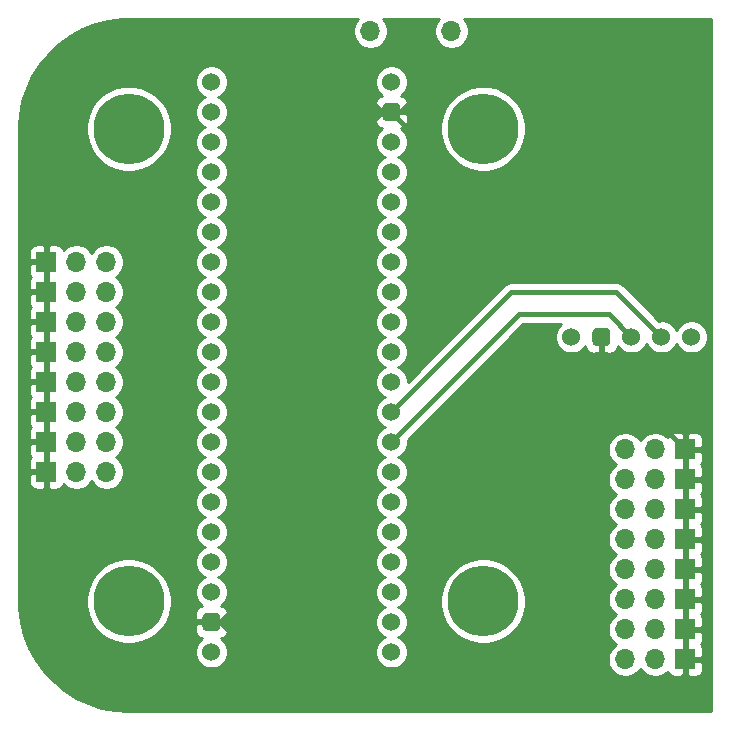
<source format=gbl>
G04 #@! TF.GenerationSoftware,KiCad,Pcbnew,5.1.5+dfsg1-2build2*
G04 #@! TF.CreationDate,2021-11-01T16:22:50+01:00*
G04 #@! TF.ProjectId,brainboard,62726169-6e62-46f6-9172-642e6b696361,rev?*
G04 #@! TF.SameCoordinates,Original*
G04 #@! TF.FileFunction,Copper,L2,Bot*
G04 #@! TF.FilePolarity,Positive*
%FSLAX46Y46*%
G04 Gerber Fmt 4.6, Leading zero omitted, Abs format (unit mm)*
G04 Created by KiCad (PCBNEW 5.1.5+dfsg1-2build2) date 2021-11-01 16:22:50*
%MOMM*%
%LPD*%
G04 APERTURE LIST*
%ADD10C,1.524000*%
%ADD11C,0.100000*%
%ADD12O,1.700000X1.700000*%
%ADD13R,1.700000X1.700000*%
%ADD14C,6.000000*%
%ADD15C,0.800000*%
%ADD16C,0.400000*%
%ADD17C,0.254000*%
G04 APERTURE END LIST*
D10*
X142240000Y-114300000D03*
X142240000Y-111760000D03*
X142240000Y-109220000D03*
X142240000Y-106680000D03*
X142240000Y-104140000D03*
X142240000Y-101600000D03*
X142240000Y-99060000D03*
X142240000Y-96520000D03*
X142240000Y-93980000D03*
X142240000Y-91440000D03*
X142240000Y-88900000D03*
X142240000Y-86360000D03*
X142240000Y-83820000D03*
X142240000Y-81280000D03*
X142240000Y-78740000D03*
X142240000Y-76200000D03*
X142240000Y-73660000D03*
X142240000Y-71120000D03*
G04 #@! TA.AperFunction,ComponentPad*
D11*
G36*
X142658345Y-67819835D02*
G01*
X142695329Y-67825321D01*
X142731598Y-67834406D01*
X142766802Y-67847002D01*
X142800602Y-67862988D01*
X142832672Y-67882210D01*
X142862704Y-67904483D01*
X142890408Y-67929592D01*
X142915517Y-67957296D01*
X142937790Y-67987328D01*
X142957012Y-68019398D01*
X142972998Y-68053198D01*
X142985594Y-68088402D01*
X142994679Y-68124671D01*
X143000165Y-68161655D01*
X143002000Y-68199000D01*
X143002000Y-68961000D01*
X143000165Y-68998345D01*
X142994679Y-69035329D01*
X142985594Y-69071598D01*
X142972998Y-69106802D01*
X142957012Y-69140602D01*
X142937790Y-69172672D01*
X142915517Y-69202704D01*
X142890408Y-69230408D01*
X142862704Y-69255517D01*
X142832672Y-69277790D01*
X142800602Y-69297012D01*
X142766802Y-69312998D01*
X142731598Y-69325594D01*
X142695329Y-69334679D01*
X142658345Y-69340165D01*
X142621000Y-69342000D01*
X141859000Y-69342000D01*
X141821655Y-69340165D01*
X141784671Y-69334679D01*
X141748402Y-69325594D01*
X141713198Y-69312998D01*
X141679398Y-69297012D01*
X141647328Y-69277790D01*
X141617296Y-69255517D01*
X141589592Y-69230408D01*
X141564483Y-69202704D01*
X141542210Y-69172672D01*
X141522988Y-69140602D01*
X141507002Y-69106802D01*
X141494406Y-69071598D01*
X141485321Y-69035329D01*
X141479835Y-68998345D01*
X141478000Y-68961000D01*
X141478000Y-68199000D01*
X141479835Y-68161655D01*
X141485321Y-68124671D01*
X141494406Y-68088402D01*
X141507002Y-68053198D01*
X141522988Y-68019398D01*
X141542210Y-67987328D01*
X141564483Y-67957296D01*
X141589592Y-67929592D01*
X141617296Y-67904483D01*
X141647328Y-67882210D01*
X141679398Y-67862988D01*
X141713198Y-67847002D01*
X141748402Y-67834406D01*
X141784671Y-67825321D01*
X141821655Y-67819835D01*
X141859000Y-67818000D01*
X142621000Y-67818000D01*
X142658345Y-67819835D01*
G37*
G04 #@! TD.AperFunction*
D10*
X142240000Y-66040000D03*
X127000000Y-114300000D03*
G04 #@! TA.AperFunction,ComponentPad*
D11*
G36*
X127418345Y-110999835D02*
G01*
X127455329Y-111005321D01*
X127491598Y-111014406D01*
X127526802Y-111027002D01*
X127560602Y-111042988D01*
X127592672Y-111062210D01*
X127622704Y-111084483D01*
X127650408Y-111109592D01*
X127675517Y-111137296D01*
X127697790Y-111167328D01*
X127717012Y-111199398D01*
X127732998Y-111233198D01*
X127745594Y-111268402D01*
X127754679Y-111304671D01*
X127760165Y-111341655D01*
X127762000Y-111379000D01*
X127762000Y-112141000D01*
X127760165Y-112178345D01*
X127754679Y-112215329D01*
X127745594Y-112251598D01*
X127732998Y-112286802D01*
X127717012Y-112320602D01*
X127697790Y-112352672D01*
X127675517Y-112382704D01*
X127650408Y-112410408D01*
X127622704Y-112435517D01*
X127592672Y-112457790D01*
X127560602Y-112477012D01*
X127526802Y-112492998D01*
X127491598Y-112505594D01*
X127455329Y-112514679D01*
X127418345Y-112520165D01*
X127381000Y-112522000D01*
X126619000Y-112522000D01*
X126581655Y-112520165D01*
X126544671Y-112514679D01*
X126508402Y-112505594D01*
X126473198Y-112492998D01*
X126439398Y-112477012D01*
X126407328Y-112457790D01*
X126377296Y-112435517D01*
X126349592Y-112410408D01*
X126324483Y-112382704D01*
X126302210Y-112352672D01*
X126282988Y-112320602D01*
X126267002Y-112286802D01*
X126254406Y-112251598D01*
X126245321Y-112215329D01*
X126239835Y-112178345D01*
X126238000Y-112141000D01*
X126238000Y-111379000D01*
X126239835Y-111341655D01*
X126245321Y-111304671D01*
X126254406Y-111268402D01*
X126267002Y-111233198D01*
X126282988Y-111199398D01*
X126302210Y-111167328D01*
X126324483Y-111137296D01*
X126349592Y-111109592D01*
X126377296Y-111084483D01*
X126407328Y-111062210D01*
X126439398Y-111042988D01*
X126473198Y-111027002D01*
X126508402Y-111014406D01*
X126544671Y-111005321D01*
X126581655Y-110999835D01*
X126619000Y-110998000D01*
X127381000Y-110998000D01*
X127418345Y-110999835D01*
G37*
G04 #@! TD.AperFunction*
D10*
X127000000Y-109220000D03*
X127000000Y-106680000D03*
X127000000Y-104140000D03*
X127000000Y-101600000D03*
X127000000Y-99060000D03*
X127000000Y-96520000D03*
X127000000Y-93980000D03*
X127000000Y-91440000D03*
X127000000Y-88900000D03*
X127000000Y-86360000D03*
X127000000Y-83820000D03*
X127000000Y-81280000D03*
X127000000Y-78740000D03*
X127000000Y-76200000D03*
X127000000Y-73660000D03*
X127000000Y-71120000D03*
X127000000Y-68580000D03*
X127000000Y-66040000D03*
D12*
X140462000Y-61722000D03*
D13*
X143002000Y-61722000D03*
D12*
X147320000Y-61722000D03*
D13*
X149860000Y-61722000D03*
D10*
X167640000Y-87630000D03*
X165100000Y-87630000D03*
X162560000Y-87630000D03*
G04 #@! TA.AperFunction,ComponentPad*
D11*
G36*
X160438345Y-86869835D02*
G01*
X160475329Y-86875321D01*
X160511598Y-86884406D01*
X160546802Y-86897002D01*
X160580602Y-86912988D01*
X160612672Y-86932210D01*
X160642704Y-86954483D01*
X160670408Y-86979592D01*
X160695517Y-87007296D01*
X160717790Y-87037328D01*
X160737012Y-87069398D01*
X160752998Y-87103198D01*
X160765594Y-87138402D01*
X160774679Y-87174671D01*
X160780165Y-87211655D01*
X160782000Y-87249000D01*
X160782000Y-88011000D01*
X160780165Y-88048345D01*
X160774679Y-88085329D01*
X160765594Y-88121598D01*
X160752998Y-88156802D01*
X160737012Y-88190602D01*
X160717790Y-88222672D01*
X160695517Y-88252704D01*
X160670408Y-88280408D01*
X160642704Y-88305517D01*
X160612672Y-88327790D01*
X160580602Y-88347012D01*
X160546802Y-88362998D01*
X160511598Y-88375594D01*
X160475329Y-88384679D01*
X160438345Y-88390165D01*
X160401000Y-88392000D01*
X159639000Y-88392000D01*
X159601655Y-88390165D01*
X159564671Y-88384679D01*
X159528402Y-88375594D01*
X159493198Y-88362998D01*
X159459398Y-88347012D01*
X159427328Y-88327790D01*
X159397296Y-88305517D01*
X159369592Y-88280408D01*
X159344483Y-88252704D01*
X159322210Y-88222672D01*
X159302988Y-88190602D01*
X159287002Y-88156802D01*
X159274406Y-88121598D01*
X159265321Y-88085329D01*
X159259835Y-88048345D01*
X159258000Y-88011000D01*
X159258000Y-87249000D01*
X159259835Y-87211655D01*
X159265321Y-87174671D01*
X159274406Y-87138402D01*
X159287002Y-87103198D01*
X159302988Y-87069398D01*
X159322210Y-87037328D01*
X159344483Y-87007296D01*
X159369592Y-86979592D01*
X159397296Y-86954483D01*
X159427328Y-86932210D01*
X159459398Y-86912988D01*
X159493198Y-86897002D01*
X159528402Y-86884406D01*
X159564671Y-86875321D01*
X159601655Y-86869835D01*
X159639000Y-86868000D01*
X160401000Y-86868000D01*
X160438345Y-86869835D01*
G37*
G04 #@! TD.AperFunction*
D10*
X157480000Y-87630000D03*
D14*
X150000000Y-110000000D03*
X120000000Y-110000000D03*
X120000000Y-70000000D03*
X150000000Y-70000000D03*
D12*
X162035000Y-97155000D03*
X164575000Y-97155000D03*
D13*
X167115000Y-97155000D03*
D12*
X162035000Y-99695000D03*
X164575000Y-99695000D03*
D13*
X167115000Y-99695000D03*
D12*
X162035000Y-102235000D03*
X164575000Y-102235000D03*
D13*
X167115000Y-102235000D03*
D12*
X162035000Y-104775000D03*
X164575000Y-104775000D03*
D13*
X167115000Y-104775000D03*
D12*
X162035000Y-107315000D03*
X164575000Y-107315000D03*
D13*
X167115000Y-107315000D03*
D12*
X162035000Y-109855000D03*
X164575000Y-109855000D03*
D13*
X167115000Y-109855000D03*
D12*
X162035000Y-112395000D03*
X164575000Y-112395000D03*
D13*
X167115000Y-112395000D03*
D12*
X162035000Y-114935000D03*
X164575000Y-114935000D03*
D13*
X167115000Y-114935000D03*
D12*
X118110000Y-81280000D03*
X115570000Y-81280000D03*
D13*
X113030000Y-81280000D03*
D12*
X118110000Y-83820000D03*
X115570000Y-83820000D03*
D13*
X113030000Y-83820000D03*
D12*
X118110000Y-86360000D03*
X115570000Y-86360000D03*
D13*
X113030000Y-86360000D03*
D12*
X118110000Y-88900000D03*
X115570000Y-88900000D03*
D13*
X113030000Y-88900000D03*
D12*
X118110000Y-91440000D03*
X115570000Y-91440000D03*
D13*
X113030000Y-91440000D03*
D12*
X118110000Y-93980000D03*
X115570000Y-93980000D03*
D13*
X113030000Y-93980000D03*
D12*
X118110000Y-96520000D03*
X115570000Y-96520000D03*
D13*
X113030000Y-96520000D03*
D12*
X118110000Y-99060000D03*
X115570000Y-99060000D03*
D13*
X113030000Y-99060000D03*
D15*
X154940000Y-81280000D03*
D16*
X113030000Y-81280000D02*
X113030000Y-99060000D01*
X113030000Y-69850000D02*
X113030000Y-81280000D01*
X119380000Y-63500000D02*
X113030000Y-69850000D01*
X136398000Y-63500000D02*
X119380000Y-63500000D01*
X141478000Y-68580000D02*
X136398000Y-63500000D01*
X127762000Y-111760000D02*
X134620000Y-104902000D01*
X127000000Y-111760000D02*
X127762000Y-111760000D01*
X141478000Y-68580000D02*
X142240000Y-68580000D01*
X134620000Y-75438000D02*
X141478000Y-68580000D01*
X134620000Y-104902000D02*
X134620000Y-75438000D01*
X167115000Y-114935000D02*
X167115000Y-97155000D01*
X160020000Y-87630000D02*
X160020000Y-90060000D01*
X142240000Y-68580000D02*
X154940000Y-81280000D01*
X113030000Y-110490000D02*
X113030000Y-99060000D01*
X117729000Y-115189000D02*
X113030000Y-110490000D01*
X122301000Y-115189000D02*
X117729000Y-115189000D01*
X125730000Y-111760000D02*
X122301000Y-115189000D01*
X127000000Y-111760000D02*
X125730000Y-111760000D01*
X143002000Y-62972000D02*
X144165000Y-64135000D01*
X143002000Y-61722000D02*
X143002000Y-62972000D01*
X149860000Y-62972000D02*
X149860000Y-61722000D01*
X148697000Y-64135000D02*
X149860000Y-62972000D01*
X143002000Y-68580000D02*
X142240000Y-68580000D01*
X145288000Y-66294000D02*
X143002000Y-68580000D01*
X145288000Y-64135000D02*
X145288000Y-66294000D01*
X144165000Y-64135000D02*
X145288000Y-64135000D01*
X145288000Y-64135000D02*
X148697000Y-64135000D01*
X167115000Y-116185000D02*
X167115000Y-114935000D01*
X166460000Y-116840000D02*
X167115000Y-116185000D01*
X127762000Y-111760000D02*
X132842000Y-116840000D01*
X160020000Y-90060000D02*
X167115000Y-97155000D01*
X132842000Y-116840000D02*
X166460000Y-116840000D01*
X142240000Y-93980000D02*
X152400000Y-83820000D01*
X161290000Y-83820000D02*
X152400000Y-83820000D01*
X165100000Y-87630000D02*
X161290000Y-83820000D01*
X162560000Y-87630000D02*
X160655000Y-85725000D01*
X153035000Y-85725000D02*
X142240000Y-96520000D01*
X160655000Y-85725000D02*
X153035000Y-85725000D01*
D17*
G36*
X139308525Y-60775368D02*
G01*
X139146010Y-61018589D01*
X139034068Y-61288842D01*
X138977000Y-61575740D01*
X138977000Y-61868260D01*
X139034068Y-62155158D01*
X139146010Y-62425411D01*
X139308525Y-62668632D01*
X139515368Y-62875475D01*
X139758589Y-63037990D01*
X140028842Y-63149932D01*
X140315740Y-63207000D01*
X140608260Y-63207000D01*
X140895158Y-63149932D01*
X141165411Y-63037990D01*
X141408632Y-62875475D01*
X141615475Y-62668632D01*
X141777990Y-62425411D01*
X141889932Y-62155158D01*
X141947000Y-61868260D01*
X141947000Y-61575740D01*
X141889932Y-61288842D01*
X141777990Y-61018589D01*
X141615475Y-60775368D01*
X141535107Y-60695000D01*
X146246893Y-60695000D01*
X146166525Y-60775368D01*
X146004010Y-61018589D01*
X145892068Y-61288842D01*
X145835000Y-61575740D01*
X145835000Y-61868260D01*
X145892068Y-62155158D01*
X146004010Y-62425411D01*
X146166525Y-62668632D01*
X146373368Y-62875475D01*
X146616589Y-63037990D01*
X146886842Y-63149932D01*
X147173740Y-63207000D01*
X147466260Y-63207000D01*
X147753158Y-63149932D01*
X148023411Y-63037990D01*
X148266632Y-62875475D01*
X148473475Y-62668632D01*
X148635990Y-62425411D01*
X148747932Y-62155158D01*
X148805000Y-61868260D01*
X148805000Y-61575740D01*
X148747932Y-61288842D01*
X148635990Y-61018589D01*
X148473475Y-60775368D01*
X148393107Y-60695000D01*
X169305000Y-60695000D01*
X169305001Y-119305000D01*
X120021848Y-119305000D01*
X118833946Y-119230264D01*
X117686278Y-119011335D01*
X116575107Y-118650293D01*
X115517944Y-118152829D01*
X114531467Y-117526792D01*
X113631230Y-116782051D01*
X112831433Y-115930355D01*
X112144688Y-114985130D01*
X111581828Y-113961292D01*
X111151725Y-112874977D01*
X110861167Y-111743329D01*
X110713360Y-110573313D01*
X110695000Y-109989083D01*
X110695000Y-109641984D01*
X116365000Y-109641984D01*
X116365000Y-110358016D01*
X116504691Y-111060290D01*
X116778705Y-111721818D01*
X117176511Y-112317177D01*
X117682823Y-112823489D01*
X118278182Y-113221295D01*
X118939710Y-113495309D01*
X119641984Y-113635000D01*
X120358016Y-113635000D01*
X121060290Y-113495309D01*
X121721818Y-113221295D01*
X122317177Y-112823489D01*
X122618666Y-112522000D01*
X125599928Y-112522000D01*
X125612188Y-112646482D01*
X125648498Y-112766180D01*
X125707463Y-112876494D01*
X125786815Y-112973185D01*
X125883506Y-113052537D01*
X125993820Y-113111502D01*
X126113518Y-113147812D01*
X126197465Y-113156080D01*
X126109465Y-113214880D01*
X125914880Y-113409465D01*
X125761995Y-113638273D01*
X125656686Y-113892510D01*
X125603000Y-114162408D01*
X125603000Y-114437592D01*
X125656686Y-114707490D01*
X125761995Y-114961727D01*
X125914880Y-115190535D01*
X126109465Y-115385120D01*
X126338273Y-115538005D01*
X126592510Y-115643314D01*
X126862408Y-115697000D01*
X127137592Y-115697000D01*
X127407490Y-115643314D01*
X127661727Y-115538005D01*
X127890535Y-115385120D01*
X128085120Y-115190535D01*
X128238005Y-114961727D01*
X128343314Y-114707490D01*
X128397000Y-114437592D01*
X128397000Y-114162408D01*
X128343314Y-113892510D01*
X128238005Y-113638273D01*
X128085120Y-113409465D01*
X127890535Y-113214880D01*
X127802535Y-113156080D01*
X127886482Y-113147812D01*
X128006180Y-113111502D01*
X128116494Y-113052537D01*
X128213185Y-112973185D01*
X128292537Y-112876494D01*
X128351502Y-112766180D01*
X128387812Y-112646482D01*
X128400072Y-112522000D01*
X128397000Y-112045750D01*
X128238250Y-111887000D01*
X127127000Y-111887000D01*
X127127000Y-111907000D01*
X126873000Y-111907000D01*
X126873000Y-111887000D01*
X125761750Y-111887000D01*
X125603000Y-112045750D01*
X125599928Y-112522000D01*
X122618666Y-112522000D01*
X122823489Y-112317177D01*
X123221295Y-111721818D01*
X123495309Y-111060290D01*
X123507699Y-110998000D01*
X125599928Y-110998000D01*
X125603000Y-111474250D01*
X125761750Y-111633000D01*
X126873000Y-111633000D01*
X126873000Y-111613000D01*
X127127000Y-111613000D01*
X127127000Y-111633000D01*
X128238250Y-111633000D01*
X128397000Y-111474250D01*
X128400072Y-110998000D01*
X128387812Y-110873518D01*
X128351502Y-110753820D01*
X128292537Y-110643506D01*
X128213185Y-110546815D01*
X128116494Y-110467463D01*
X128006180Y-110408498D01*
X127886482Y-110372188D01*
X127802535Y-110363920D01*
X127890535Y-110305120D01*
X128085120Y-110110535D01*
X128238005Y-109881727D01*
X128343314Y-109627490D01*
X128397000Y-109357592D01*
X128397000Y-109082408D01*
X128343314Y-108812510D01*
X128238005Y-108558273D01*
X128085120Y-108329465D01*
X127890535Y-108134880D01*
X127661727Y-107981995D01*
X127584485Y-107950000D01*
X127661727Y-107918005D01*
X127890535Y-107765120D01*
X128085120Y-107570535D01*
X128238005Y-107341727D01*
X128343314Y-107087490D01*
X128397000Y-106817592D01*
X128397000Y-106542408D01*
X128343314Y-106272510D01*
X128238005Y-106018273D01*
X128085120Y-105789465D01*
X127890535Y-105594880D01*
X127661727Y-105441995D01*
X127584485Y-105410000D01*
X127661727Y-105378005D01*
X127890535Y-105225120D01*
X128085120Y-105030535D01*
X128238005Y-104801727D01*
X128343314Y-104547490D01*
X128397000Y-104277592D01*
X128397000Y-104002408D01*
X128343314Y-103732510D01*
X128238005Y-103478273D01*
X128085120Y-103249465D01*
X127890535Y-103054880D01*
X127661727Y-102901995D01*
X127584485Y-102870000D01*
X127661727Y-102838005D01*
X127890535Y-102685120D01*
X128085120Y-102490535D01*
X128238005Y-102261727D01*
X128343314Y-102007490D01*
X128397000Y-101737592D01*
X128397000Y-101462408D01*
X128343314Y-101192510D01*
X128238005Y-100938273D01*
X128085120Y-100709465D01*
X127890535Y-100514880D01*
X127661727Y-100361995D01*
X127584485Y-100330000D01*
X127661727Y-100298005D01*
X127890535Y-100145120D01*
X128085120Y-99950535D01*
X128238005Y-99721727D01*
X128343314Y-99467490D01*
X128397000Y-99197592D01*
X128397000Y-98922408D01*
X128343314Y-98652510D01*
X128238005Y-98398273D01*
X128085120Y-98169465D01*
X127890535Y-97974880D01*
X127661727Y-97821995D01*
X127584485Y-97790000D01*
X127661727Y-97758005D01*
X127890535Y-97605120D01*
X128085120Y-97410535D01*
X128238005Y-97181727D01*
X128343314Y-96927490D01*
X128397000Y-96657592D01*
X128397000Y-96382408D01*
X128343314Y-96112510D01*
X128238005Y-95858273D01*
X128085120Y-95629465D01*
X127890535Y-95434880D01*
X127661727Y-95281995D01*
X127584485Y-95250000D01*
X127661727Y-95218005D01*
X127890535Y-95065120D01*
X128085120Y-94870535D01*
X128238005Y-94641727D01*
X128343314Y-94387490D01*
X128397000Y-94117592D01*
X128397000Y-93842408D01*
X128343314Y-93572510D01*
X128238005Y-93318273D01*
X128085120Y-93089465D01*
X127890535Y-92894880D01*
X127661727Y-92741995D01*
X127584485Y-92710000D01*
X127661727Y-92678005D01*
X127890535Y-92525120D01*
X128085120Y-92330535D01*
X128238005Y-92101727D01*
X128343314Y-91847490D01*
X128397000Y-91577592D01*
X128397000Y-91302408D01*
X128343314Y-91032510D01*
X128238005Y-90778273D01*
X128085120Y-90549465D01*
X127890535Y-90354880D01*
X127661727Y-90201995D01*
X127584485Y-90170000D01*
X127661727Y-90138005D01*
X127890535Y-89985120D01*
X128085120Y-89790535D01*
X128238005Y-89561727D01*
X128343314Y-89307490D01*
X128397000Y-89037592D01*
X128397000Y-88762408D01*
X128343314Y-88492510D01*
X128238005Y-88238273D01*
X128085120Y-88009465D01*
X127890535Y-87814880D01*
X127661727Y-87661995D01*
X127584485Y-87630000D01*
X127661727Y-87598005D01*
X127890535Y-87445120D01*
X128085120Y-87250535D01*
X128238005Y-87021727D01*
X128343314Y-86767490D01*
X128397000Y-86497592D01*
X128397000Y-86222408D01*
X128343314Y-85952510D01*
X128238005Y-85698273D01*
X128085120Y-85469465D01*
X127890535Y-85274880D01*
X127661727Y-85121995D01*
X127584485Y-85090000D01*
X127661727Y-85058005D01*
X127890535Y-84905120D01*
X128085120Y-84710535D01*
X128238005Y-84481727D01*
X128343314Y-84227490D01*
X128397000Y-83957592D01*
X128397000Y-83682408D01*
X128343314Y-83412510D01*
X128238005Y-83158273D01*
X128085120Y-82929465D01*
X127890535Y-82734880D01*
X127661727Y-82581995D01*
X127584485Y-82550000D01*
X127661727Y-82518005D01*
X127890535Y-82365120D01*
X128085120Y-82170535D01*
X128238005Y-81941727D01*
X128343314Y-81687490D01*
X128397000Y-81417592D01*
X128397000Y-81142408D01*
X128343314Y-80872510D01*
X128238005Y-80618273D01*
X128085120Y-80389465D01*
X127890535Y-80194880D01*
X127661727Y-80041995D01*
X127584485Y-80010000D01*
X127661727Y-79978005D01*
X127890535Y-79825120D01*
X128085120Y-79630535D01*
X128238005Y-79401727D01*
X128343314Y-79147490D01*
X128397000Y-78877592D01*
X128397000Y-78602408D01*
X128343314Y-78332510D01*
X128238005Y-78078273D01*
X128085120Y-77849465D01*
X127890535Y-77654880D01*
X127661727Y-77501995D01*
X127584485Y-77470000D01*
X127661727Y-77438005D01*
X127890535Y-77285120D01*
X128085120Y-77090535D01*
X128238005Y-76861727D01*
X128343314Y-76607490D01*
X128397000Y-76337592D01*
X128397000Y-76062408D01*
X128343314Y-75792510D01*
X128238005Y-75538273D01*
X128085120Y-75309465D01*
X127890535Y-75114880D01*
X127661727Y-74961995D01*
X127584485Y-74930000D01*
X127661727Y-74898005D01*
X127890535Y-74745120D01*
X128085120Y-74550535D01*
X128238005Y-74321727D01*
X128343314Y-74067490D01*
X128397000Y-73797592D01*
X128397000Y-73522408D01*
X128343314Y-73252510D01*
X128238005Y-72998273D01*
X128085120Y-72769465D01*
X127890535Y-72574880D01*
X127661727Y-72421995D01*
X127584485Y-72390000D01*
X127661727Y-72358005D01*
X127890535Y-72205120D01*
X128085120Y-72010535D01*
X128238005Y-71781727D01*
X128343314Y-71527490D01*
X128397000Y-71257592D01*
X128397000Y-70982408D01*
X128343314Y-70712510D01*
X128238005Y-70458273D01*
X128085120Y-70229465D01*
X127890535Y-70034880D01*
X127661727Y-69881995D01*
X127584485Y-69850000D01*
X127661727Y-69818005D01*
X127890535Y-69665120D01*
X128085120Y-69470535D01*
X128171004Y-69342000D01*
X140839928Y-69342000D01*
X140852188Y-69466482D01*
X140888498Y-69586180D01*
X140947463Y-69696494D01*
X141026815Y-69793185D01*
X141123506Y-69872537D01*
X141233820Y-69931502D01*
X141353518Y-69967812D01*
X141437465Y-69976080D01*
X141349465Y-70034880D01*
X141154880Y-70229465D01*
X141001995Y-70458273D01*
X140896686Y-70712510D01*
X140843000Y-70982408D01*
X140843000Y-71257592D01*
X140896686Y-71527490D01*
X141001995Y-71781727D01*
X141154880Y-72010535D01*
X141349465Y-72205120D01*
X141578273Y-72358005D01*
X141655515Y-72390000D01*
X141578273Y-72421995D01*
X141349465Y-72574880D01*
X141154880Y-72769465D01*
X141001995Y-72998273D01*
X140896686Y-73252510D01*
X140843000Y-73522408D01*
X140843000Y-73797592D01*
X140896686Y-74067490D01*
X141001995Y-74321727D01*
X141154880Y-74550535D01*
X141349465Y-74745120D01*
X141578273Y-74898005D01*
X141655515Y-74930000D01*
X141578273Y-74961995D01*
X141349465Y-75114880D01*
X141154880Y-75309465D01*
X141001995Y-75538273D01*
X140896686Y-75792510D01*
X140843000Y-76062408D01*
X140843000Y-76337592D01*
X140896686Y-76607490D01*
X141001995Y-76861727D01*
X141154880Y-77090535D01*
X141349465Y-77285120D01*
X141578273Y-77438005D01*
X141655515Y-77470000D01*
X141578273Y-77501995D01*
X141349465Y-77654880D01*
X141154880Y-77849465D01*
X141001995Y-78078273D01*
X140896686Y-78332510D01*
X140843000Y-78602408D01*
X140843000Y-78877592D01*
X140896686Y-79147490D01*
X141001995Y-79401727D01*
X141154880Y-79630535D01*
X141349465Y-79825120D01*
X141578273Y-79978005D01*
X141655515Y-80010000D01*
X141578273Y-80041995D01*
X141349465Y-80194880D01*
X141154880Y-80389465D01*
X141001995Y-80618273D01*
X140896686Y-80872510D01*
X140843000Y-81142408D01*
X140843000Y-81417592D01*
X140896686Y-81687490D01*
X141001995Y-81941727D01*
X141154880Y-82170535D01*
X141349465Y-82365120D01*
X141578273Y-82518005D01*
X141655515Y-82550000D01*
X141578273Y-82581995D01*
X141349465Y-82734880D01*
X141154880Y-82929465D01*
X141001995Y-83158273D01*
X140896686Y-83412510D01*
X140843000Y-83682408D01*
X140843000Y-83957592D01*
X140896686Y-84227490D01*
X141001995Y-84481727D01*
X141154880Y-84710535D01*
X141349465Y-84905120D01*
X141578273Y-85058005D01*
X141655515Y-85090000D01*
X141578273Y-85121995D01*
X141349465Y-85274880D01*
X141154880Y-85469465D01*
X141001995Y-85698273D01*
X140896686Y-85952510D01*
X140843000Y-86222408D01*
X140843000Y-86497592D01*
X140896686Y-86767490D01*
X141001995Y-87021727D01*
X141154880Y-87250535D01*
X141349465Y-87445120D01*
X141578273Y-87598005D01*
X141655515Y-87630000D01*
X141578273Y-87661995D01*
X141349465Y-87814880D01*
X141154880Y-88009465D01*
X141001995Y-88238273D01*
X140896686Y-88492510D01*
X140843000Y-88762408D01*
X140843000Y-89037592D01*
X140896686Y-89307490D01*
X141001995Y-89561727D01*
X141154880Y-89790535D01*
X141349465Y-89985120D01*
X141578273Y-90138005D01*
X141655515Y-90170000D01*
X141578273Y-90201995D01*
X141349465Y-90354880D01*
X141154880Y-90549465D01*
X141001995Y-90778273D01*
X140896686Y-91032510D01*
X140843000Y-91302408D01*
X140843000Y-91577592D01*
X140896686Y-91847490D01*
X141001995Y-92101727D01*
X141154880Y-92330535D01*
X141349465Y-92525120D01*
X141578273Y-92678005D01*
X141655515Y-92710000D01*
X141578273Y-92741995D01*
X141349465Y-92894880D01*
X141154880Y-93089465D01*
X141001995Y-93318273D01*
X140896686Y-93572510D01*
X140843000Y-93842408D01*
X140843000Y-94117592D01*
X140896686Y-94387490D01*
X141001995Y-94641727D01*
X141154880Y-94870535D01*
X141349465Y-95065120D01*
X141578273Y-95218005D01*
X141655515Y-95250000D01*
X141578273Y-95281995D01*
X141349465Y-95434880D01*
X141154880Y-95629465D01*
X141001995Y-95858273D01*
X140896686Y-96112510D01*
X140843000Y-96382408D01*
X140843000Y-96657592D01*
X140896686Y-96927490D01*
X141001995Y-97181727D01*
X141154880Y-97410535D01*
X141349465Y-97605120D01*
X141578273Y-97758005D01*
X141655515Y-97790000D01*
X141578273Y-97821995D01*
X141349465Y-97974880D01*
X141154880Y-98169465D01*
X141001995Y-98398273D01*
X140896686Y-98652510D01*
X140843000Y-98922408D01*
X140843000Y-99197592D01*
X140896686Y-99467490D01*
X141001995Y-99721727D01*
X141154880Y-99950535D01*
X141349465Y-100145120D01*
X141578273Y-100298005D01*
X141655515Y-100330000D01*
X141578273Y-100361995D01*
X141349465Y-100514880D01*
X141154880Y-100709465D01*
X141001995Y-100938273D01*
X140896686Y-101192510D01*
X140843000Y-101462408D01*
X140843000Y-101737592D01*
X140896686Y-102007490D01*
X141001995Y-102261727D01*
X141154880Y-102490535D01*
X141349465Y-102685120D01*
X141578273Y-102838005D01*
X141655515Y-102870000D01*
X141578273Y-102901995D01*
X141349465Y-103054880D01*
X141154880Y-103249465D01*
X141001995Y-103478273D01*
X140896686Y-103732510D01*
X140843000Y-104002408D01*
X140843000Y-104277592D01*
X140896686Y-104547490D01*
X141001995Y-104801727D01*
X141154880Y-105030535D01*
X141349465Y-105225120D01*
X141578273Y-105378005D01*
X141655515Y-105410000D01*
X141578273Y-105441995D01*
X141349465Y-105594880D01*
X141154880Y-105789465D01*
X141001995Y-106018273D01*
X140896686Y-106272510D01*
X140843000Y-106542408D01*
X140843000Y-106817592D01*
X140896686Y-107087490D01*
X141001995Y-107341727D01*
X141154880Y-107570535D01*
X141349465Y-107765120D01*
X141578273Y-107918005D01*
X141655515Y-107950000D01*
X141578273Y-107981995D01*
X141349465Y-108134880D01*
X141154880Y-108329465D01*
X141001995Y-108558273D01*
X140896686Y-108812510D01*
X140843000Y-109082408D01*
X140843000Y-109357592D01*
X140896686Y-109627490D01*
X141001995Y-109881727D01*
X141154880Y-110110535D01*
X141349465Y-110305120D01*
X141578273Y-110458005D01*
X141655515Y-110490000D01*
X141578273Y-110521995D01*
X141349465Y-110674880D01*
X141154880Y-110869465D01*
X141001995Y-111098273D01*
X140896686Y-111352510D01*
X140843000Y-111622408D01*
X140843000Y-111897592D01*
X140896686Y-112167490D01*
X141001995Y-112421727D01*
X141154880Y-112650535D01*
X141349465Y-112845120D01*
X141578273Y-112998005D01*
X141655515Y-113030000D01*
X141578273Y-113061995D01*
X141349465Y-113214880D01*
X141154880Y-113409465D01*
X141001995Y-113638273D01*
X140896686Y-113892510D01*
X140843000Y-114162408D01*
X140843000Y-114437592D01*
X140896686Y-114707490D01*
X141001995Y-114961727D01*
X141154880Y-115190535D01*
X141349465Y-115385120D01*
X141578273Y-115538005D01*
X141832510Y-115643314D01*
X142102408Y-115697000D01*
X142377592Y-115697000D01*
X142647490Y-115643314D01*
X142901727Y-115538005D01*
X143130535Y-115385120D01*
X143325120Y-115190535D01*
X143478005Y-114961727D01*
X143583314Y-114707490D01*
X143637000Y-114437592D01*
X143637000Y-114162408D01*
X143583314Y-113892510D01*
X143478005Y-113638273D01*
X143325120Y-113409465D01*
X143130535Y-113214880D01*
X142901727Y-113061995D01*
X142824485Y-113030000D01*
X142901727Y-112998005D01*
X143130535Y-112845120D01*
X143325120Y-112650535D01*
X143478005Y-112421727D01*
X143583314Y-112167490D01*
X143637000Y-111897592D01*
X143637000Y-111622408D01*
X143583314Y-111352510D01*
X143478005Y-111098273D01*
X143325120Y-110869465D01*
X143130535Y-110674880D01*
X142901727Y-110521995D01*
X142824485Y-110490000D01*
X142901727Y-110458005D01*
X143130535Y-110305120D01*
X143325120Y-110110535D01*
X143478005Y-109881727D01*
X143577310Y-109641984D01*
X146365000Y-109641984D01*
X146365000Y-110358016D01*
X146504691Y-111060290D01*
X146778705Y-111721818D01*
X147176511Y-112317177D01*
X147682823Y-112823489D01*
X148278182Y-113221295D01*
X148939710Y-113495309D01*
X149641984Y-113635000D01*
X150358016Y-113635000D01*
X151060290Y-113495309D01*
X151721818Y-113221295D01*
X152317177Y-112823489D01*
X152823489Y-112317177D01*
X153221295Y-111721818D01*
X153495309Y-111060290D01*
X153635000Y-110358016D01*
X153635000Y-109641984D01*
X153495309Y-108939710D01*
X153221295Y-108278182D01*
X152823489Y-107682823D01*
X152317177Y-107176511D01*
X151721818Y-106778705D01*
X151060290Y-106504691D01*
X150358016Y-106365000D01*
X149641984Y-106365000D01*
X148939710Y-106504691D01*
X148278182Y-106778705D01*
X147682823Y-107176511D01*
X147176511Y-107682823D01*
X146778705Y-108278182D01*
X146504691Y-108939710D01*
X146365000Y-109641984D01*
X143577310Y-109641984D01*
X143583314Y-109627490D01*
X143637000Y-109357592D01*
X143637000Y-109082408D01*
X143583314Y-108812510D01*
X143478005Y-108558273D01*
X143325120Y-108329465D01*
X143130535Y-108134880D01*
X142901727Y-107981995D01*
X142824485Y-107950000D01*
X142901727Y-107918005D01*
X143130535Y-107765120D01*
X143325120Y-107570535D01*
X143478005Y-107341727D01*
X143583314Y-107087490D01*
X143637000Y-106817592D01*
X143637000Y-106542408D01*
X143583314Y-106272510D01*
X143478005Y-106018273D01*
X143325120Y-105789465D01*
X143130535Y-105594880D01*
X142901727Y-105441995D01*
X142824485Y-105410000D01*
X142901727Y-105378005D01*
X143130535Y-105225120D01*
X143325120Y-105030535D01*
X143478005Y-104801727D01*
X143583314Y-104547490D01*
X143637000Y-104277592D01*
X143637000Y-104002408D01*
X143583314Y-103732510D01*
X143478005Y-103478273D01*
X143325120Y-103249465D01*
X143130535Y-103054880D01*
X142901727Y-102901995D01*
X142824485Y-102870000D01*
X142901727Y-102838005D01*
X143130535Y-102685120D01*
X143325120Y-102490535D01*
X143478005Y-102261727D01*
X143583314Y-102007490D01*
X143637000Y-101737592D01*
X143637000Y-101462408D01*
X143583314Y-101192510D01*
X143478005Y-100938273D01*
X143325120Y-100709465D01*
X143130535Y-100514880D01*
X142901727Y-100361995D01*
X142824485Y-100330000D01*
X142901727Y-100298005D01*
X143130535Y-100145120D01*
X143325120Y-99950535D01*
X143478005Y-99721727D01*
X143583314Y-99467490D01*
X143637000Y-99197592D01*
X143637000Y-98922408D01*
X143583314Y-98652510D01*
X143478005Y-98398273D01*
X143325120Y-98169465D01*
X143130535Y-97974880D01*
X142901727Y-97821995D01*
X142824485Y-97790000D01*
X142901727Y-97758005D01*
X143130535Y-97605120D01*
X143325120Y-97410535D01*
X143478005Y-97181727D01*
X143549658Y-97008740D01*
X160550000Y-97008740D01*
X160550000Y-97301260D01*
X160607068Y-97588158D01*
X160719010Y-97858411D01*
X160881525Y-98101632D01*
X161088368Y-98308475D01*
X161262760Y-98425000D01*
X161088368Y-98541525D01*
X160881525Y-98748368D01*
X160719010Y-98991589D01*
X160607068Y-99261842D01*
X160550000Y-99548740D01*
X160550000Y-99841260D01*
X160607068Y-100128158D01*
X160719010Y-100398411D01*
X160881525Y-100641632D01*
X161088368Y-100848475D01*
X161262760Y-100965000D01*
X161088368Y-101081525D01*
X160881525Y-101288368D01*
X160719010Y-101531589D01*
X160607068Y-101801842D01*
X160550000Y-102088740D01*
X160550000Y-102381260D01*
X160607068Y-102668158D01*
X160719010Y-102938411D01*
X160881525Y-103181632D01*
X161088368Y-103388475D01*
X161262760Y-103505000D01*
X161088368Y-103621525D01*
X160881525Y-103828368D01*
X160719010Y-104071589D01*
X160607068Y-104341842D01*
X160550000Y-104628740D01*
X160550000Y-104921260D01*
X160607068Y-105208158D01*
X160719010Y-105478411D01*
X160881525Y-105721632D01*
X161088368Y-105928475D01*
X161262760Y-106045000D01*
X161088368Y-106161525D01*
X160881525Y-106368368D01*
X160719010Y-106611589D01*
X160607068Y-106881842D01*
X160550000Y-107168740D01*
X160550000Y-107461260D01*
X160607068Y-107748158D01*
X160719010Y-108018411D01*
X160881525Y-108261632D01*
X161088368Y-108468475D01*
X161262760Y-108585000D01*
X161088368Y-108701525D01*
X160881525Y-108908368D01*
X160719010Y-109151589D01*
X160607068Y-109421842D01*
X160550000Y-109708740D01*
X160550000Y-110001260D01*
X160607068Y-110288158D01*
X160719010Y-110558411D01*
X160881525Y-110801632D01*
X161088368Y-111008475D01*
X161262760Y-111125000D01*
X161088368Y-111241525D01*
X160881525Y-111448368D01*
X160719010Y-111691589D01*
X160607068Y-111961842D01*
X160550000Y-112248740D01*
X160550000Y-112541260D01*
X160607068Y-112828158D01*
X160719010Y-113098411D01*
X160881525Y-113341632D01*
X161088368Y-113548475D01*
X161262760Y-113665000D01*
X161088368Y-113781525D01*
X160881525Y-113988368D01*
X160719010Y-114231589D01*
X160607068Y-114501842D01*
X160550000Y-114788740D01*
X160550000Y-115081260D01*
X160607068Y-115368158D01*
X160719010Y-115638411D01*
X160881525Y-115881632D01*
X161088368Y-116088475D01*
X161331589Y-116250990D01*
X161601842Y-116362932D01*
X161888740Y-116420000D01*
X162181260Y-116420000D01*
X162468158Y-116362932D01*
X162738411Y-116250990D01*
X162981632Y-116088475D01*
X163188475Y-115881632D01*
X163305000Y-115707240D01*
X163421525Y-115881632D01*
X163628368Y-116088475D01*
X163871589Y-116250990D01*
X164141842Y-116362932D01*
X164428740Y-116420000D01*
X164721260Y-116420000D01*
X165008158Y-116362932D01*
X165278411Y-116250990D01*
X165521632Y-116088475D01*
X165653487Y-115956620D01*
X165675498Y-116029180D01*
X165734463Y-116139494D01*
X165813815Y-116236185D01*
X165910506Y-116315537D01*
X166020820Y-116374502D01*
X166140518Y-116410812D01*
X166265000Y-116423072D01*
X166829250Y-116420000D01*
X166988000Y-116261250D01*
X166988000Y-115062000D01*
X167242000Y-115062000D01*
X167242000Y-116261250D01*
X167400750Y-116420000D01*
X167965000Y-116423072D01*
X168089482Y-116410812D01*
X168209180Y-116374502D01*
X168319494Y-116315537D01*
X168416185Y-116236185D01*
X168495537Y-116139494D01*
X168554502Y-116029180D01*
X168590812Y-115909482D01*
X168603072Y-115785000D01*
X168600000Y-115220750D01*
X168441250Y-115062000D01*
X167242000Y-115062000D01*
X166988000Y-115062000D01*
X166968000Y-115062000D01*
X166968000Y-114808000D01*
X166988000Y-114808000D01*
X166988000Y-112522000D01*
X167242000Y-112522000D01*
X167242000Y-114808000D01*
X168441250Y-114808000D01*
X168600000Y-114649250D01*
X168603072Y-114085000D01*
X168590812Y-113960518D01*
X168554502Y-113840820D01*
X168495537Y-113730506D01*
X168441778Y-113665000D01*
X168495537Y-113599494D01*
X168554502Y-113489180D01*
X168590812Y-113369482D01*
X168603072Y-113245000D01*
X168600000Y-112680750D01*
X168441250Y-112522000D01*
X167242000Y-112522000D01*
X166988000Y-112522000D01*
X166968000Y-112522000D01*
X166968000Y-112268000D01*
X166988000Y-112268000D01*
X166988000Y-109982000D01*
X167242000Y-109982000D01*
X167242000Y-112268000D01*
X168441250Y-112268000D01*
X168600000Y-112109250D01*
X168603072Y-111545000D01*
X168590812Y-111420518D01*
X168554502Y-111300820D01*
X168495537Y-111190506D01*
X168441778Y-111125000D01*
X168495537Y-111059494D01*
X168554502Y-110949180D01*
X168590812Y-110829482D01*
X168603072Y-110705000D01*
X168600000Y-110140750D01*
X168441250Y-109982000D01*
X167242000Y-109982000D01*
X166988000Y-109982000D01*
X166968000Y-109982000D01*
X166968000Y-109728000D01*
X166988000Y-109728000D01*
X166988000Y-107442000D01*
X167242000Y-107442000D01*
X167242000Y-109728000D01*
X168441250Y-109728000D01*
X168600000Y-109569250D01*
X168603072Y-109005000D01*
X168590812Y-108880518D01*
X168554502Y-108760820D01*
X168495537Y-108650506D01*
X168441778Y-108585000D01*
X168495537Y-108519494D01*
X168554502Y-108409180D01*
X168590812Y-108289482D01*
X168603072Y-108165000D01*
X168600000Y-107600750D01*
X168441250Y-107442000D01*
X167242000Y-107442000D01*
X166988000Y-107442000D01*
X166968000Y-107442000D01*
X166968000Y-107188000D01*
X166988000Y-107188000D01*
X166988000Y-104902000D01*
X167242000Y-104902000D01*
X167242000Y-107188000D01*
X168441250Y-107188000D01*
X168600000Y-107029250D01*
X168603072Y-106465000D01*
X168590812Y-106340518D01*
X168554502Y-106220820D01*
X168495537Y-106110506D01*
X168441778Y-106045000D01*
X168495537Y-105979494D01*
X168554502Y-105869180D01*
X168590812Y-105749482D01*
X168603072Y-105625000D01*
X168600000Y-105060750D01*
X168441250Y-104902000D01*
X167242000Y-104902000D01*
X166988000Y-104902000D01*
X166968000Y-104902000D01*
X166968000Y-104648000D01*
X166988000Y-104648000D01*
X166988000Y-102362000D01*
X167242000Y-102362000D01*
X167242000Y-104648000D01*
X168441250Y-104648000D01*
X168600000Y-104489250D01*
X168603072Y-103925000D01*
X168590812Y-103800518D01*
X168554502Y-103680820D01*
X168495537Y-103570506D01*
X168441778Y-103505000D01*
X168495537Y-103439494D01*
X168554502Y-103329180D01*
X168590812Y-103209482D01*
X168603072Y-103085000D01*
X168600000Y-102520750D01*
X168441250Y-102362000D01*
X167242000Y-102362000D01*
X166988000Y-102362000D01*
X166968000Y-102362000D01*
X166968000Y-102108000D01*
X166988000Y-102108000D01*
X166988000Y-99822000D01*
X167242000Y-99822000D01*
X167242000Y-102108000D01*
X168441250Y-102108000D01*
X168600000Y-101949250D01*
X168603072Y-101385000D01*
X168590812Y-101260518D01*
X168554502Y-101140820D01*
X168495537Y-101030506D01*
X168441778Y-100965000D01*
X168495537Y-100899494D01*
X168554502Y-100789180D01*
X168590812Y-100669482D01*
X168603072Y-100545000D01*
X168600000Y-99980750D01*
X168441250Y-99822000D01*
X167242000Y-99822000D01*
X166988000Y-99822000D01*
X166968000Y-99822000D01*
X166968000Y-99568000D01*
X166988000Y-99568000D01*
X166988000Y-97282000D01*
X167242000Y-97282000D01*
X167242000Y-99568000D01*
X168441250Y-99568000D01*
X168600000Y-99409250D01*
X168603072Y-98845000D01*
X168590812Y-98720518D01*
X168554502Y-98600820D01*
X168495537Y-98490506D01*
X168441778Y-98425000D01*
X168495537Y-98359494D01*
X168554502Y-98249180D01*
X168590812Y-98129482D01*
X168603072Y-98005000D01*
X168600000Y-97440750D01*
X168441250Y-97282000D01*
X167242000Y-97282000D01*
X166988000Y-97282000D01*
X166968000Y-97282000D01*
X166968000Y-97028000D01*
X166988000Y-97028000D01*
X166988000Y-95828750D01*
X167242000Y-95828750D01*
X167242000Y-97028000D01*
X168441250Y-97028000D01*
X168600000Y-96869250D01*
X168603072Y-96305000D01*
X168590812Y-96180518D01*
X168554502Y-96060820D01*
X168495537Y-95950506D01*
X168416185Y-95853815D01*
X168319494Y-95774463D01*
X168209180Y-95715498D01*
X168089482Y-95679188D01*
X167965000Y-95666928D01*
X167400750Y-95670000D01*
X167242000Y-95828750D01*
X166988000Y-95828750D01*
X166829250Y-95670000D01*
X166265000Y-95666928D01*
X166140518Y-95679188D01*
X166020820Y-95715498D01*
X165910506Y-95774463D01*
X165813815Y-95853815D01*
X165734463Y-95950506D01*
X165675498Y-96060820D01*
X165653487Y-96133380D01*
X165521632Y-96001525D01*
X165278411Y-95839010D01*
X165008158Y-95727068D01*
X164721260Y-95670000D01*
X164428740Y-95670000D01*
X164141842Y-95727068D01*
X163871589Y-95839010D01*
X163628368Y-96001525D01*
X163421525Y-96208368D01*
X163305000Y-96382760D01*
X163188475Y-96208368D01*
X162981632Y-96001525D01*
X162738411Y-95839010D01*
X162468158Y-95727068D01*
X162181260Y-95670000D01*
X161888740Y-95670000D01*
X161601842Y-95727068D01*
X161331589Y-95839010D01*
X161088368Y-96001525D01*
X160881525Y-96208368D01*
X160719010Y-96451589D01*
X160607068Y-96721842D01*
X160550000Y-97008740D01*
X143549658Y-97008740D01*
X143583314Y-96927490D01*
X143637000Y-96657592D01*
X143637000Y-96382408D01*
X143623969Y-96316898D01*
X153380868Y-86560000D01*
X156574345Y-86560000D01*
X156394880Y-86739465D01*
X156241995Y-86968273D01*
X156136686Y-87222510D01*
X156083000Y-87492408D01*
X156083000Y-87767592D01*
X156136686Y-88037490D01*
X156241995Y-88291727D01*
X156394880Y-88520535D01*
X156589465Y-88715120D01*
X156818273Y-88868005D01*
X157072510Y-88973314D01*
X157342408Y-89027000D01*
X157617592Y-89027000D01*
X157887490Y-88973314D01*
X158141727Y-88868005D01*
X158370535Y-88715120D01*
X158565120Y-88520535D01*
X158623920Y-88432535D01*
X158632188Y-88516482D01*
X158668498Y-88636180D01*
X158727463Y-88746494D01*
X158806815Y-88843185D01*
X158903506Y-88922537D01*
X159013820Y-88981502D01*
X159133518Y-89017812D01*
X159258000Y-89030072D01*
X159734250Y-89027000D01*
X159893000Y-88868250D01*
X159893000Y-87757000D01*
X159873000Y-87757000D01*
X159873000Y-87503000D01*
X159893000Y-87503000D01*
X159893000Y-87483000D01*
X160147000Y-87483000D01*
X160147000Y-87503000D01*
X160167000Y-87503000D01*
X160167000Y-87757000D01*
X160147000Y-87757000D01*
X160147000Y-88868250D01*
X160305750Y-89027000D01*
X160782000Y-89030072D01*
X160906482Y-89017812D01*
X161026180Y-88981502D01*
X161136494Y-88922537D01*
X161233185Y-88843185D01*
X161312537Y-88746494D01*
X161371502Y-88636180D01*
X161407812Y-88516482D01*
X161416080Y-88432535D01*
X161474880Y-88520535D01*
X161669465Y-88715120D01*
X161898273Y-88868005D01*
X162152510Y-88973314D01*
X162422408Y-89027000D01*
X162697592Y-89027000D01*
X162967490Y-88973314D01*
X163221727Y-88868005D01*
X163450535Y-88715120D01*
X163645120Y-88520535D01*
X163798005Y-88291727D01*
X163830000Y-88214485D01*
X163861995Y-88291727D01*
X164014880Y-88520535D01*
X164209465Y-88715120D01*
X164438273Y-88868005D01*
X164692510Y-88973314D01*
X164962408Y-89027000D01*
X165237592Y-89027000D01*
X165507490Y-88973314D01*
X165761727Y-88868005D01*
X165990535Y-88715120D01*
X166185120Y-88520535D01*
X166338005Y-88291727D01*
X166370000Y-88214485D01*
X166401995Y-88291727D01*
X166554880Y-88520535D01*
X166749465Y-88715120D01*
X166978273Y-88868005D01*
X167232510Y-88973314D01*
X167502408Y-89027000D01*
X167777592Y-89027000D01*
X168047490Y-88973314D01*
X168301727Y-88868005D01*
X168530535Y-88715120D01*
X168725120Y-88520535D01*
X168878005Y-88291727D01*
X168983314Y-88037490D01*
X169037000Y-87767592D01*
X169037000Y-87492408D01*
X168983314Y-87222510D01*
X168878005Y-86968273D01*
X168725120Y-86739465D01*
X168530535Y-86544880D01*
X168301727Y-86391995D01*
X168047490Y-86286686D01*
X167777592Y-86233000D01*
X167502408Y-86233000D01*
X167232510Y-86286686D01*
X166978273Y-86391995D01*
X166749465Y-86544880D01*
X166554880Y-86739465D01*
X166401995Y-86968273D01*
X166370000Y-87045515D01*
X166338005Y-86968273D01*
X166185120Y-86739465D01*
X165990535Y-86544880D01*
X165761727Y-86391995D01*
X165507490Y-86286686D01*
X165237592Y-86233000D01*
X164962408Y-86233000D01*
X164896899Y-86246031D01*
X161909446Y-83258579D01*
X161883291Y-83226709D01*
X161756146Y-83122364D01*
X161611087Y-83044828D01*
X161453689Y-82997082D01*
X161331019Y-82985000D01*
X161331018Y-82985000D01*
X161290000Y-82980960D01*
X161248982Y-82985000D01*
X152441018Y-82985000D01*
X152400000Y-82980960D01*
X152236311Y-82997082D01*
X152078913Y-83044828D01*
X151933854Y-83122364D01*
X151890099Y-83158273D01*
X151806709Y-83226709D01*
X151780563Y-83258568D01*
X143637000Y-91402133D01*
X143637000Y-91302408D01*
X143583314Y-91032510D01*
X143478005Y-90778273D01*
X143325120Y-90549465D01*
X143130535Y-90354880D01*
X142901727Y-90201995D01*
X142824485Y-90170000D01*
X142901727Y-90138005D01*
X143130535Y-89985120D01*
X143325120Y-89790535D01*
X143478005Y-89561727D01*
X143583314Y-89307490D01*
X143637000Y-89037592D01*
X143637000Y-88762408D01*
X143583314Y-88492510D01*
X143478005Y-88238273D01*
X143325120Y-88009465D01*
X143130535Y-87814880D01*
X142901727Y-87661995D01*
X142824485Y-87630000D01*
X142901727Y-87598005D01*
X143130535Y-87445120D01*
X143325120Y-87250535D01*
X143478005Y-87021727D01*
X143583314Y-86767490D01*
X143637000Y-86497592D01*
X143637000Y-86222408D01*
X143583314Y-85952510D01*
X143478005Y-85698273D01*
X143325120Y-85469465D01*
X143130535Y-85274880D01*
X142901727Y-85121995D01*
X142824485Y-85090000D01*
X142901727Y-85058005D01*
X143130535Y-84905120D01*
X143325120Y-84710535D01*
X143478005Y-84481727D01*
X143583314Y-84227490D01*
X143637000Y-83957592D01*
X143637000Y-83682408D01*
X143583314Y-83412510D01*
X143478005Y-83158273D01*
X143325120Y-82929465D01*
X143130535Y-82734880D01*
X142901727Y-82581995D01*
X142824485Y-82550000D01*
X142901727Y-82518005D01*
X143130535Y-82365120D01*
X143325120Y-82170535D01*
X143478005Y-81941727D01*
X143583314Y-81687490D01*
X143637000Y-81417592D01*
X143637000Y-81142408D01*
X143583314Y-80872510D01*
X143478005Y-80618273D01*
X143325120Y-80389465D01*
X143130535Y-80194880D01*
X142901727Y-80041995D01*
X142824485Y-80010000D01*
X142901727Y-79978005D01*
X143130535Y-79825120D01*
X143325120Y-79630535D01*
X143478005Y-79401727D01*
X143583314Y-79147490D01*
X143637000Y-78877592D01*
X143637000Y-78602408D01*
X143583314Y-78332510D01*
X143478005Y-78078273D01*
X143325120Y-77849465D01*
X143130535Y-77654880D01*
X142901727Y-77501995D01*
X142824485Y-77470000D01*
X142901727Y-77438005D01*
X143130535Y-77285120D01*
X143325120Y-77090535D01*
X143478005Y-76861727D01*
X143583314Y-76607490D01*
X143637000Y-76337592D01*
X143637000Y-76062408D01*
X143583314Y-75792510D01*
X143478005Y-75538273D01*
X143325120Y-75309465D01*
X143130535Y-75114880D01*
X142901727Y-74961995D01*
X142824485Y-74930000D01*
X142901727Y-74898005D01*
X143130535Y-74745120D01*
X143325120Y-74550535D01*
X143478005Y-74321727D01*
X143583314Y-74067490D01*
X143637000Y-73797592D01*
X143637000Y-73522408D01*
X143583314Y-73252510D01*
X143478005Y-72998273D01*
X143325120Y-72769465D01*
X143130535Y-72574880D01*
X142901727Y-72421995D01*
X142824485Y-72390000D01*
X142901727Y-72358005D01*
X143130535Y-72205120D01*
X143325120Y-72010535D01*
X143478005Y-71781727D01*
X143583314Y-71527490D01*
X143637000Y-71257592D01*
X143637000Y-70982408D01*
X143583314Y-70712510D01*
X143478005Y-70458273D01*
X143325120Y-70229465D01*
X143130535Y-70034880D01*
X143042535Y-69976080D01*
X143126482Y-69967812D01*
X143246180Y-69931502D01*
X143356494Y-69872537D01*
X143453185Y-69793185D01*
X143532537Y-69696494D01*
X143561673Y-69641984D01*
X146365000Y-69641984D01*
X146365000Y-70358016D01*
X146504691Y-71060290D01*
X146778705Y-71721818D01*
X147176511Y-72317177D01*
X147682823Y-72823489D01*
X148278182Y-73221295D01*
X148939710Y-73495309D01*
X149641984Y-73635000D01*
X150358016Y-73635000D01*
X151060290Y-73495309D01*
X151721818Y-73221295D01*
X152317177Y-72823489D01*
X152823489Y-72317177D01*
X153221295Y-71721818D01*
X153495309Y-71060290D01*
X153635000Y-70358016D01*
X153635000Y-69641984D01*
X153495309Y-68939710D01*
X153221295Y-68278182D01*
X152823489Y-67682823D01*
X152317177Y-67176511D01*
X151721818Y-66778705D01*
X151060290Y-66504691D01*
X150358016Y-66365000D01*
X149641984Y-66365000D01*
X148939710Y-66504691D01*
X148278182Y-66778705D01*
X147682823Y-67176511D01*
X147176511Y-67682823D01*
X146778705Y-68278182D01*
X146504691Y-68939710D01*
X146365000Y-69641984D01*
X143561673Y-69641984D01*
X143591502Y-69586180D01*
X143627812Y-69466482D01*
X143640072Y-69342000D01*
X143637000Y-68865750D01*
X143478250Y-68707000D01*
X142367000Y-68707000D01*
X142367000Y-68727000D01*
X142113000Y-68727000D01*
X142113000Y-68707000D01*
X141001750Y-68707000D01*
X140843000Y-68865750D01*
X140839928Y-69342000D01*
X128171004Y-69342000D01*
X128238005Y-69241727D01*
X128343314Y-68987490D01*
X128397000Y-68717592D01*
X128397000Y-68442408D01*
X128343314Y-68172510D01*
X128238005Y-67918273D01*
X128171005Y-67818000D01*
X140839928Y-67818000D01*
X140843000Y-68294250D01*
X141001750Y-68453000D01*
X142113000Y-68453000D01*
X142113000Y-68433000D01*
X142367000Y-68433000D01*
X142367000Y-68453000D01*
X143478250Y-68453000D01*
X143637000Y-68294250D01*
X143640072Y-67818000D01*
X143627812Y-67693518D01*
X143591502Y-67573820D01*
X143532537Y-67463506D01*
X143453185Y-67366815D01*
X143356494Y-67287463D01*
X143246180Y-67228498D01*
X143126482Y-67192188D01*
X143042535Y-67183920D01*
X143130535Y-67125120D01*
X143325120Y-66930535D01*
X143478005Y-66701727D01*
X143583314Y-66447490D01*
X143637000Y-66177592D01*
X143637000Y-65902408D01*
X143583314Y-65632510D01*
X143478005Y-65378273D01*
X143325120Y-65149465D01*
X143130535Y-64954880D01*
X142901727Y-64801995D01*
X142647490Y-64696686D01*
X142377592Y-64643000D01*
X142102408Y-64643000D01*
X141832510Y-64696686D01*
X141578273Y-64801995D01*
X141349465Y-64954880D01*
X141154880Y-65149465D01*
X141001995Y-65378273D01*
X140896686Y-65632510D01*
X140843000Y-65902408D01*
X140843000Y-66177592D01*
X140896686Y-66447490D01*
X141001995Y-66701727D01*
X141154880Y-66930535D01*
X141349465Y-67125120D01*
X141437465Y-67183920D01*
X141353518Y-67192188D01*
X141233820Y-67228498D01*
X141123506Y-67287463D01*
X141026815Y-67366815D01*
X140947463Y-67463506D01*
X140888498Y-67573820D01*
X140852188Y-67693518D01*
X140839928Y-67818000D01*
X128171005Y-67818000D01*
X128085120Y-67689465D01*
X127890535Y-67494880D01*
X127661727Y-67341995D01*
X127584485Y-67310000D01*
X127661727Y-67278005D01*
X127890535Y-67125120D01*
X128085120Y-66930535D01*
X128238005Y-66701727D01*
X128343314Y-66447490D01*
X128397000Y-66177592D01*
X128397000Y-65902408D01*
X128343314Y-65632510D01*
X128238005Y-65378273D01*
X128085120Y-65149465D01*
X127890535Y-64954880D01*
X127661727Y-64801995D01*
X127407490Y-64696686D01*
X127137592Y-64643000D01*
X126862408Y-64643000D01*
X126592510Y-64696686D01*
X126338273Y-64801995D01*
X126109465Y-64954880D01*
X125914880Y-65149465D01*
X125761995Y-65378273D01*
X125656686Y-65632510D01*
X125603000Y-65902408D01*
X125603000Y-66177592D01*
X125656686Y-66447490D01*
X125761995Y-66701727D01*
X125914880Y-66930535D01*
X126109465Y-67125120D01*
X126338273Y-67278005D01*
X126415515Y-67310000D01*
X126338273Y-67341995D01*
X126109465Y-67494880D01*
X125914880Y-67689465D01*
X125761995Y-67918273D01*
X125656686Y-68172510D01*
X125603000Y-68442408D01*
X125603000Y-68717592D01*
X125656686Y-68987490D01*
X125761995Y-69241727D01*
X125914880Y-69470535D01*
X126109465Y-69665120D01*
X126338273Y-69818005D01*
X126415515Y-69850000D01*
X126338273Y-69881995D01*
X126109465Y-70034880D01*
X125914880Y-70229465D01*
X125761995Y-70458273D01*
X125656686Y-70712510D01*
X125603000Y-70982408D01*
X125603000Y-71257592D01*
X125656686Y-71527490D01*
X125761995Y-71781727D01*
X125914880Y-72010535D01*
X126109465Y-72205120D01*
X126338273Y-72358005D01*
X126415515Y-72390000D01*
X126338273Y-72421995D01*
X126109465Y-72574880D01*
X125914880Y-72769465D01*
X125761995Y-72998273D01*
X125656686Y-73252510D01*
X125603000Y-73522408D01*
X125603000Y-73797592D01*
X125656686Y-74067490D01*
X125761995Y-74321727D01*
X125914880Y-74550535D01*
X126109465Y-74745120D01*
X126338273Y-74898005D01*
X126415515Y-74930000D01*
X126338273Y-74961995D01*
X126109465Y-75114880D01*
X125914880Y-75309465D01*
X125761995Y-75538273D01*
X125656686Y-75792510D01*
X125603000Y-76062408D01*
X125603000Y-76337592D01*
X125656686Y-76607490D01*
X125761995Y-76861727D01*
X125914880Y-77090535D01*
X126109465Y-77285120D01*
X126338273Y-77438005D01*
X126415515Y-77470000D01*
X126338273Y-77501995D01*
X126109465Y-77654880D01*
X125914880Y-77849465D01*
X125761995Y-78078273D01*
X125656686Y-78332510D01*
X125603000Y-78602408D01*
X125603000Y-78877592D01*
X125656686Y-79147490D01*
X125761995Y-79401727D01*
X125914880Y-79630535D01*
X126109465Y-79825120D01*
X126338273Y-79978005D01*
X126415515Y-80010000D01*
X126338273Y-80041995D01*
X126109465Y-80194880D01*
X125914880Y-80389465D01*
X125761995Y-80618273D01*
X125656686Y-80872510D01*
X125603000Y-81142408D01*
X125603000Y-81417592D01*
X125656686Y-81687490D01*
X125761995Y-81941727D01*
X125914880Y-82170535D01*
X126109465Y-82365120D01*
X126338273Y-82518005D01*
X126415515Y-82550000D01*
X126338273Y-82581995D01*
X126109465Y-82734880D01*
X125914880Y-82929465D01*
X125761995Y-83158273D01*
X125656686Y-83412510D01*
X125603000Y-83682408D01*
X125603000Y-83957592D01*
X125656686Y-84227490D01*
X125761995Y-84481727D01*
X125914880Y-84710535D01*
X126109465Y-84905120D01*
X126338273Y-85058005D01*
X126415515Y-85090000D01*
X126338273Y-85121995D01*
X126109465Y-85274880D01*
X125914880Y-85469465D01*
X125761995Y-85698273D01*
X125656686Y-85952510D01*
X125603000Y-86222408D01*
X125603000Y-86497592D01*
X125656686Y-86767490D01*
X125761995Y-87021727D01*
X125914880Y-87250535D01*
X126109465Y-87445120D01*
X126338273Y-87598005D01*
X126415515Y-87630000D01*
X126338273Y-87661995D01*
X126109465Y-87814880D01*
X125914880Y-88009465D01*
X125761995Y-88238273D01*
X125656686Y-88492510D01*
X125603000Y-88762408D01*
X125603000Y-89037592D01*
X125656686Y-89307490D01*
X125761995Y-89561727D01*
X125914880Y-89790535D01*
X126109465Y-89985120D01*
X126338273Y-90138005D01*
X126415515Y-90170000D01*
X126338273Y-90201995D01*
X126109465Y-90354880D01*
X125914880Y-90549465D01*
X125761995Y-90778273D01*
X125656686Y-91032510D01*
X125603000Y-91302408D01*
X125603000Y-91577592D01*
X125656686Y-91847490D01*
X125761995Y-92101727D01*
X125914880Y-92330535D01*
X126109465Y-92525120D01*
X126338273Y-92678005D01*
X126415515Y-92710000D01*
X126338273Y-92741995D01*
X126109465Y-92894880D01*
X125914880Y-93089465D01*
X125761995Y-93318273D01*
X125656686Y-93572510D01*
X125603000Y-93842408D01*
X125603000Y-94117592D01*
X125656686Y-94387490D01*
X125761995Y-94641727D01*
X125914880Y-94870535D01*
X126109465Y-95065120D01*
X126338273Y-95218005D01*
X126415515Y-95250000D01*
X126338273Y-95281995D01*
X126109465Y-95434880D01*
X125914880Y-95629465D01*
X125761995Y-95858273D01*
X125656686Y-96112510D01*
X125603000Y-96382408D01*
X125603000Y-96657592D01*
X125656686Y-96927490D01*
X125761995Y-97181727D01*
X125914880Y-97410535D01*
X126109465Y-97605120D01*
X126338273Y-97758005D01*
X126415515Y-97790000D01*
X126338273Y-97821995D01*
X126109465Y-97974880D01*
X125914880Y-98169465D01*
X125761995Y-98398273D01*
X125656686Y-98652510D01*
X125603000Y-98922408D01*
X125603000Y-99197592D01*
X125656686Y-99467490D01*
X125761995Y-99721727D01*
X125914880Y-99950535D01*
X126109465Y-100145120D01*
X126338273Y-100298005D01*
X126415515Y-100330000D01*
X126338273Y-100361995D01*
X126109465Y-100514880D01*
X125914880Y-100709465D01*
X125761995Y-100938273D01*
X125656686Y-101192510D01*
X125603000Y-101462408D01*
X125603000Y-101737592D01*
X125656686Y-102007490D01*
X125761995Y-102261727D01*
X125914880Y-102490535D01*
X126109465Y-102685120D01*
X126338273Y-102838005D01*
X126415515Y-102870000D01*
X126338273Y-102901995D01*
X126109465Y-103054880D01*
X125914880Y-103249465D01*
X125761995Y-103478273D01*
X125656686Y-103732510D01*
X125603000Y-104002408D01*
X125603000Y-104277592D01*
X125656686Y-104547490D01*
X125761995Y-104801727D01*
X125914880Y-105030535D01*
X126109465Y-105225120D01*
X126338273Y-105378005D01*
X126415515Y-105410000D01*
X126338273Y-105441995D01*
X126109465Y-105594880D01*
X125914880Y-105789465D01*
X125761995Y-106018273D01*
X125656686Y-106272510D01*
X125603000Y-106542408D01*
X125603000Y-106817592D01*
X125656686Y-107087490D01*
X125761995Y-107341727D01*
X125914880Y-107570535D01*
X126109465Y-107765120D01*
X126338273Y-107918005D01*
X126415515Y-107950000D01*
X126338273Y-107981995D01*
X126109465Y-108134880D01*
X125914880Y-108329465D01*
X125761995Y-108558273D01*
X125656686Y-108812510D01*
X125603000Y-109082408D01*
X125603000Y-109357592D01*
X125656686Y-109627490D01*
X125761995Y-109881727D01*
X125914880Y-110110535D01*
X126109465Y-110305120D01*
X126197465Y-110363920D01*
X126113518Y-110372188D01*
X125993820Y-110408498D01*
X125883506Y-110467463D01*
X125786815Y-110546815D01*
X125707463Y-110643506D01*
X125648498Y-110753820D01*
X125612188Y-110873518D01*
X125599928Y-110998000D01*
X123507699Y-110998000D01*
X123635000Y-110358016D01*
X123635000Y-109641984D01*
X123495309Y-108939710D01*
X123221295Y-108278182D01*
X122823489Y-107682823D01*
X122317177Y-107176511D01*
X121721818Y-106778705D01*
X121060290Y-106504691D01*
X120358016Y-106365000D01*
X119641984Y-106365000D01*
X118939710Y-106504691D01*
X118278182Y-106778705D01*
X117682823Y-107176511D01*
X117176511Y-107682823D01*
X116778705Y-108278182D01*
X116504691Y-108939710D01*
X116365000Y-109641984D01*
X110695000Y-109641984D01*
X110695000Y-99910000D01*
X111541928Y-99910000D01*
X111554188Y-100034482D01*
X111590498Y-100154180D01*
X111649463Y-100264494D01*
X111728815Y-100361185D01*
X111825506Y-100440537D01*
X111935820Y-100499502D01*
X112055518Y-100535812D01*
X112180000Y-100548072D01*
X112744250Y-100545000D01*
X112903000Y-100386250D01*
X112903000Y-99187000D01*
X111703750Y-99187000D01*
X111545000Y-99345750D01*
X111541928Y-99910000D01*
X110695000Y-99910000D01*
X110695000Y-97370000D01*
X111541928Y-97370000D01*
X111554188Y-97494482D01*
X111590498Y-97614180D01*
X111649463Y-97724494D01*
X111703222Y-97790000D01*
X111649463Y-97855506D01*
X111590498Y-97965820D01*
X111554188Y-98085518D01*
X111541928Y-98210000D01*
X111545000Y-98774250D01*
X111703750Y-98933000D01*
X112903000Y-98933000D01*
X112903000Y-96647000D01*
X111703750Y-96647000D01*
X111545000Y-96805750D01*
X111541928Y-97370000D01*
X110695000Y-97370000D01*
X110695000Y-94830000D01*
X111541928Y-94830000D01*
X111554188Y-94954482D01*
X111590498Y-95074180D01*
X111649463Y-95184494D01*
X111703222Y-95250000D01*
X111649463Y-95315506D01*
X111590498Y-95425820D01*
X111554188Y-95545518D01*
X111541928Y-95670000D01*
X111545000Y-96234250D01*
X111703750Y-96393000D01*
X112903000Y-96393000D01*
X112903000Y-94107000D01*
X111703750Y-94107000D01*
X111545000Y-94265750D01*
X111541928Y-94830000D01*
X110695000Y-94830000D01*
X110695000Y-92290000D01*
X111541928Y-92290000D01*
X111554188Y-92414482D01*
X111590498Y-92534180D01*
X111649463Y-92644494D01*
X111703222Y-92710000D01*
X111649463Y-92775506D01*
X111590498Y-92885820D01*
X111554188Y-93005518D01*
X111541928Y-93130000D01*
X111545000Y-93694250D01*
X111703750Y-93853000D01*
X112903000Y-93853000D01*
X112903000Y-91567000D01*
X111703750Y-91567000D01*
X111545000Y-91725750D01*
X111541928Y-92290000D01*
X110695000Y-92290000D01*
X110695000Y-89750000D01*
X111541928Y-89750000D01*
X111554188Y-89874482D01*
X111590498Y-89994180D01*
X111649463Y-90104494D01*
X111703222Y-90170000D01*
X111649463Y-90235506D01*
X111590498Y-90345820D01*
X111554188Y-90465518D01*
X111541928Y-90590000D01*
X111545000Y-91154250D01*
X111703750Y-91313000D01*
X112903000Y-91313000D01*
X112903000Y-89027000D01*
X111703750Y-89027000D01*
X111545000Y-89185750D01*
X111541928Y-89750000D01*
X110695000Y-89750000D01*
X110695000Y-87210000D01*
X111541928Y-87210000D01*
X111554188Y-87334482D01*
X111590498Y-87454180D01*
X111649463Y-87564494D01*
X111703222Y-87630000D01*
X111649463Y-87695506D01*
X111590498Y-87805820D01*
X111554188Y-87925518D01*
X111541928Y-88050000D01*
X111545000Y-88614250D01*
X111703750Y-88773000D01*
X112903000Y-88773000D01*
X112903000Y-86487000D01*
X111703750Y-86487000D01*
X111545000Y-86645750D01*
X111541928Y-87210000D01*
X110695000Y-87210000D01*
X110695000Y-84670000D01*
X111541928Y-84670000D01*
X111554188Y-84794482D01*
X111590498Y-84914180D01*
X111649463Y-85024494D01*
X111703222Y-85090000D01*
X111649463Y-85155506D01*
X111590498Y-85265820D01*
X111554188Y-85385518D01*
X111541928Y-85510000D01*
X111545000Y-86074250D01*
X111703750Y-86233000D01*
X112903000Y-86233000D01*
X112903000Y-83947000D01*
X111703750Y-83947000D01*
X111545000Y-84105750D01*
X111541928Y-84670000D01*
X110695000Y-84670000D01*
X110695000Y-82130000D01*
X111541928Y-82130000D01*
X111554188Y-82254482D01*
X111590498Y-82374180D01*
X111649463Y-82484494D01*
X111703222Y-82550000D01*
X111649463Y-82615506D01*
X111590498Y-82725820D01*
X111554188Y-82845518D01*
X111541928Y-82970000D01*
X111545000Y-83534250D01*
X111703750Y-83693000D01*
X112903000Y-83693000D01*
X112903000Y-81407000D01*
X111703750Y-81407000D01*
X111545000Y-81565750D01*
X111541928Y-82130000D01*
X110695000Y-82130000D01*
X110695000Y-80430000D01*
X111541928Y-80430000D01*
X111545000Y-80994250D01*
X111703750Y-81153000D01*
X112903000Y-81153000D01*
X112903000Y-79953750D01*
X113157000Y-79953750D01*
X113157000Y-81153000D01*
X113177000Y-81153000D01*
X113177000Y-81407000D01*
X113157000Y-81407000D01*
X113157000Y-83693000D01*
X113177000Y-83693000D01*
X113177000Y-83947000D01*
X113157000Y-83947000D01*
X113157000Y-86233000D01*
X113177000Y-86233000D01*
X113177000Y-86487000D01*
X113157000Y-86487000D01*
X113157000Y-88773000D01*
X113177000Y-88773000D01*
X113177000Y-89027000D01*
X113157000Y-89027000D01*
X113157000Y-91313000D01*
X113177000Y-91313000D01*
X113177000Y-91567000D01*
X113157000Y-91567000D01*
X113157000Y-93853000D01*
X113177000Y-93853000D01*
X113177000Y-94107000D01*
X113157000Y-94107000D01*
X113157000Y-96393000D01*
X113177000Y-96393000D01*
X113177000Y-96647000D01*
X113157000Y-96647000D01*
X113157000Y-98933000D01*
X113177000Y-98933000D01*
X113177000Y-99187000D01*
X113157000Y-99187000D01*
X113157000Y-100386250D01*
X113315750Y-100545000D01*
X113880000Y-100548072D01*
X114004482Y-100535812D01*
X114124180Y-100499502D01*
X114234494Y-100440537D01*
X114331185Y-100361185D01*
X114410537Y-100264494D01*
X114469502Y-100154180D01*
X114491513Y-100081620D01*
X114623368Y-100213475D01*
X114866589Y-100375990D01*
X115136842Y-100487932D01*
X115423740Y-100545000D01*
X115716260Y-100545000D01*
X116003158Y-100487932D01*
X116273411Y-100375990D01*
X116516632Y-100213475D01*
X116723475Y-100006632D01*
X116840000Y-99832240D01*
X116956525Y-100006632D01*
X117163368Y-100213475D01*
X117406589Y-100375990D01*
X117676842Y-100487932D01*
X117963740Y-100545000D01*
X118256260Y-100545000D01*
X118543158Y-100487932D01*
X118813411Y-100375990D01*
X119056632Y-100213475D01*
X119263475Y-100006632D01*
X119425990Y-99763411D01*
X119537932Y-99493158D01*
X119595000Y-99206260D01*
X119595000Y-98913740D01*
X119537932Y-98626842D01*
X119425990Y-98356589D01*
X119263475Y-98113368D01*
X119056632Y-97906525D01*
X118882240Y-97790000D01*
X119056632Y-97673475D01*
X119263475Y-97466632D01*
X119425990Y-97223411D01*
X119537932Y-96953158D01*
X119595000Y-96666260D01*
X119595000Y-96373740D01*
X119537932Y-96086842D01*
X119425990Y-95816589D01*
X119263475Y-95573368D01*
X119056632Y-95366525D01*
X118882240Y-95250000D01*
X119056632Y-95133475D01*
X119263475Y-94926632D01*
X119425990Y-94683411D01*
X119537932Y-94413158D01*
X119595000Y-94126260D01*
X119595000Y-93833740D01*
X119537932Y-93546842D01*
X119425990Y-93276589D01*
X119263475Y-93033368D01*
X119056632Y-92826525D01*
X118882240Y-92710000D01*
X119056632Y-92593475D01*
X119263475Y-92386632D01*
X119425990Y-92143411D01*
X119537932Y-91873158D01*
X119595000Y-91586260D01*
X119595000Y-91293740D01*
X119537932Y-91006842D01*
X119425990Y-90736589D01*
X119263475Y-90493368D01*
X119056632Y-90286525D01*
X118882240Y-90170000D01*
X119056632Y-90053475D01*
X119263475Y-89846632D01*
X119425990Y-89603411D01*
X119537932Y-89333158D01*
X119595000Y-89046260D01*
X119595000Y-88753740D01*
X119537932Y-88466842D01*
X119425990Y-88196589D01*
X119263475Y-87953368D01*
X119056632Y-87746525D01*
X118882240Y-87630000D01*
X119056632Y-87513475D01*
X119263475Y-87306632D01*
X119425990Y-87063411D01*
X119537932Y-86793158D01*
X119595000Y-86506260D01*
X119595000Y-86213740D01*
X119537932Y-85926842D01*
X119425990Y-85656589D01*
X119263475Y-85413368D01*
X119056632Y-85206525D01*
X118882240Y-85090000D01*
X119056632Y-84973475D01*
X119263475Y-84766632D01*
X119425990Y-84523411D01*
X119537932Y-84253158D01*
X119595000Y-83966260D01*
X119595000Y-83673740D01*
X119537932Y-83386842D01*
X119425990Y-83116589D01*
X119263475Y-82873368D01*
X119056632Y-82666525D01*
X118882240Y-82550000D01*
X119056632Y-82433475D01*
X119263475Y-82226632D01*
X119425990Y-81983411D01*
X119537932Y-81713158D01*
X119595000Y-81426260D01*
X119595000Y-81133740D01*
X119537932Y-80846842D01*
X119425990Y-80576589D01*
X119263475Y-80333368D01*
X119056632Y-80126525D01*
X118813411Y-79964010D01*
X118543158Y-79852068D01*
X118256260Y-79795000D01*
X117963740Y-79795000D01*
X117676842Y-79852068D01*
X117406589Y-79964010D01*
X117163368Y-80126525D01*
X116956525Y-80333368D01*
X116840000Y-80507760D01*
X116723475Y-80333368D01*
X116516632Y-80126525D01*
X116273411Y-79964010D01*
X116003158Y-79852068D01*
X115716260Y-79795000D01*
X115423740Y-79795000D01*
X115136842Y-79852068D01*
X114866589Y-79964010D01*
X114623368Y-80126525D01*
X114491513Y-80258380D01*
X114469502Y-80185820D01*
X114410537Y-80075506D01*
X114331185Y-79978815D01*
X114234494Y-79899463D01*
X114124180Y-79840498D01*
X114004482Y-79804188D01*
X113880000Y-79791928D01*
X113315750Y-79795000D01*
X113157000Y-79953750D01*
X112903000Y-79953750D01*
X112744250Y-79795000D01*
X112180000Y-79791928D01*
X112055518Y-79804188D01*
X111935820Y-79840498D01*
X111825506Y-79899463D01*
X111728815Y-79978815D01*
X111649463Y-80075506D01*
X111590498Y-80185820D01*
X111554188Y-80305518D01*
X111541928Y-80430000D01*
X110695000Y-80430000D01*
X110695000Y-70021848D01*
X110718898Y-69641984D01*
X116365000Y-69641984D01*
X116365000Y-70358016D01*
X116504691Y-71060290D01*
X116778705Y-71721818D01*
X117176511Y-72317177D01*
X117682823Y-72823489D01*
X118278182Y-73221295D01*
X118939710Y-73495309D01*
X119641984Y-73635000D01*
X120358016Y-73635000D01*
X121060290Y-73495309D01*
X121721818Y-73221295D01*
X122317177Y-72823489D01*
X122823489Y-72317177D01*
X123221295Y-71721818D01*
X123495309Y-71060290D01*
X123635000Y-70358016D01*
X123635000Y-69641984D01*
X123495309Y-68939710D01*
X123221295Y-68278182D01*
X122823489Y-67682823D01*
X122317177Y-67176511D01*
X121721818Y-66778705D01*
X121060290Y-66504691D01*
X120358016Y-66365000D01*
X119641984Y-66365000D01*
X118939710Y-66504691D01*
X118278182Y-66778705D01*
X117682823Y-67176511D01*
X117176511Y-67682823D01*
X116778705Y-68278182D01*
X116504691Y-68939710D01*
X116365000Y-69641984D01*
X110718898Y-69641984D01*
X110769736Y-68833946D01*
X110988665Y-67686278D01*
X111349706Y-66575111D01*
X111847171Y-65517943D01*
X112473209Y-64531465D01*
X113217948Y-63631230D01*
X114069642Y-62831437D01*
X115014870Y-62144688D01*
X116038708Y-61581828D01*
X117125023Y-61151725D01*
X118256672Y-60861167D01*
X119426687Y-60713360D01*
X120010917Y-60695000D01*
X139388893Y-60695000D01*
X139308525Y-60775368D01*
G37*
X139308525Y-60775368D02*
X139146010Y-61018589D01*
X139034068Y-61288842D01*
X138977000Y-61575740D01*
X138977000Y-61868260D01*
X139034068Y-62155158D01*
X139146010Y-62425411D01*
X139308525Y-62668632D01*
X139515368Y-62875475D01*
X139758589Y-63037990D01*
X140028842Y-63149932D01*
X140315740Y-63207000D01*
X140608260Y-63207000D01*
X140895158Y-63149932D01*
X141165411Y-63037990D01*
X141408632Y-62875475D01*
X141615475Y-62668632D01*
X141777990Y-62425411D01*
X141889932Y-62155158D01*
X141947000Y-61868260D01*
X141947000Y-61575740D01*
X141889932Y-61288842D01*
X141777990Y-61018589D01*
X141615475Y-60775368D01*
X141535107Y-60695000D01*
X146246893Y-60695000D01*
X146166525Y-60775368D01*
X146004010Y-61018589D01*
X145892068Y-61288842D01*
X145835000Y-61575740D01*
X145835000Y-61868260D01*
X145892068Y-62155158D01*
X146004010Y-62425411D01*
X146166525Y-62668632D01*
X146373368Y-62875475D01*
X146616589Y-63037990D01*
X146886842Y-63149932D01*
X147173740Y-63207000D01*
X147466260Y-63207000D01*
X147753158Y-63149932D01*
X148023411Y-63037990D01*
X148266632Y-62875475D01*
X148473475Y-62668632D01*
X148635990Y-62425411D01*
X148747932Y-62155158D01*
X148805000Y-61868260D01*
X148805000Y-61575740D01*
X148747932Y-61288842D01*
X148635990Y-61018589D01*
X148473475Y-60775368D01*
X148393107Y-60695000D01*
X169305000Y-60695000D01*
X169305001Y-119305000D01*
X120021848Y-119305000D01*
X118833946Y-119230264D01*
X117686278Y-119011335D01*
X116575107Y-118650293D01*
X115517944Y-118152829D01*
X114531467Y-117526792D01*
X113631230Y-116782051D01*
X112831433Y-115930355D01*
X112144688Y-114985130D01*
X111581828Y-113961292D01*
X111151725Y-112874977D01*
X110861167Y-111743329D01*
X110713360Y-110573313D01*
X110695000Y-109989083D01*
X110695000Y-109641984D01*
X116365000Y-109641984D01*
X116365000Y-110358016D01*
X116504691Y-111060290D01*
X116778705Y-111721818D01*
X117176511Y-112317177D01*
X117682823Y-112823489D01*
X118278182Y-113221295D01*
X118939710Y-113495309D01*
X119641984Y-113635000D01*
X120358016Y-113635000D01*
X121060290Y-113495309D01*
X121721818Y-113221295D01*
X122317177Y-112823489D01*
X122618666Y-112522000D01*
X125599928Y-112522000D01*
X125612188Y-112646482D01*
X125648498Y-112766180D01*
X125707463Y-112876494D01*
X125786815Y-112973185D01*
X125883506Y-113052537D01*
X125993820Y-113111502D01*
X126113518Y-113147812D01*
X126197465Y-113156080D01*
X126109465Y-113214880D01*
X125914880Y-113409465D01*
X125761995Y-113638273D01*
X125656686Y-113892510D01*
X125603000Y-114162408D01*
X125603000Y-114437592D01*
X125656686Y-114707490D01*
X125761995Y-114961727D01*
X125914880Y-115190535D01*
X126109465Y-115385120D01*
X126338273Y-115538005D01*
X126592510Y-115643314D01*
X126862408Y-115697000D01*
X127137592Y-115697000D01*
X127407490Y-115643314D01*
X127661727Y-115538005D01*
X127890535Y-115385120D01*
X128085120Y-115190535D01*
X128238005Y-114961727D01*
X128343314Y-114707490D01*
X128397000Y-114437592D01*
X128397000Y-114162408D01*
X128343314Y-113892510D01*
X128238005Y-113638273D01*
X128085120Y-113409465D01*
X127890535Y-113214880D01*
X127802535Y-113156080D01*
X127886482Y-113147812D01*
X128006180Y-113111502D01*
X128116494Y-113052537D01*
X128213185Y-112973185D01*
X128292537Y-112876494D01*
X128351502Y-112766180D01*
X128387812Y-112646482D01*
X128400072Y-112522000D01*
X128397000Y-112045750D01*
X128238250Y-111887000D01*
X127127000Y-111887000D01*
X127127000Y-111907000D01*
X126873000Y-111907000D01*
X126873000Y-111887000D01*
X125761750Y-111887000D01*
X125603000Y-112045750D01*
X125599928Y-112522000D01*
X122618666Y-112522000D01*
X122823489Y-112317177D01*
X123221295Y-111721818D01*
X123495309Y-111060290D01*
X123507699Y-110998000D01*
X125599928Y-110998000D01*
X125603000Y-111474250D01*
X125761750Y-111633000D01*
X126873000Y-111633000D01*
X126873000Y-111613000D01*
X127127000Y-111613000D01*
X127127000Y-111633000D01*
X128238250Y-111633000D01*
X128397000Y-111474250D01*
X128400072Y-110998000D01*
X128387812Y-110873518D01*
X128351502Y-110753820D01*
X128292537Y-110643506D01*
X128213185Y-110546815D01*
X128116494Y-110467463D01*
X128006180Y-110408498D01*
X127886482Y-110372188D01*
X127802535Y-110363920D01*
X127890535Y-110305120D01*
X128085120Y-110110535D01*
X128238005Y-109881727D01*
X128343314Y-109627490D01*
X128397000Y-109357592D01*
X128397000Y-109082408D01*
X128343314Y-108812510D01*
X128238005Y-108558273D01*
X128085120Y-108329465D01*
X127890535Y-108134880D01*
X127661727Y-107981995D01*
X127584485Y-107950000D01*
X127661727Y-107918005D01*
X127890535Y-107765120D01*
X128085120Y-107570535D01*
X128238005Y-107341727D01*
X128343314Y-107087490D01*
X128397000Y-106817592D01*
X128397000Y-106542408D01*
X128343314Y-106272510D01*
X128238005Y-106018273D01*
X128085120Y-105789465D01*
X127890535Y-105594880D01*
X127661727Y-105441995D01*
X127584485Y-105410000D01*
X127661727Y-105378005D01*
X127890535Y-105225120D01*
X128085120Y-105030535D01*
X128238005Y-104801727D01*
X128343314Y-104547490D01*
X128397000Y-104277592D01*
X128397000Y-104002408D01*
X128343314Y-103732510D01*
X128238005Y-103478273D01*
X128085120Y-103249465D01*
X127890535Y-103054880D01*
X127661727Y-102901995D01*
X127584485Y-102870000D01*
X127661727Y-102838005D01*
X127890535Y-102685120D01*
X128085120Y-102490535D01*
X128238005Y-102261727D01*
X128343314Y-102007490D01*
X128397000Y-101737592D01*
X128397000Y-101462408D01*
X128343314Y-101192510D01*
X128238005Y-100938273D01*
X128085120Y-100709465D01*
X127890535Y-100514880D01*
X127661727Y-100361995D01*
X127584485Y-100330000D01*
X127661727Y-100298005D01*
X127890535Y-100145120D01*
X128085120Y-99950535D01*
X128238005Y-99721727D01*
X128343314Y-99467490D01*
X128397000Y-99197592D01*
X128397000Y-98922408D01*
X128343314Y-98652510D01*
X128238005Y-98398273D01*
X128085120Y-98169465D01*
X127890535Y-97974880D01*
X127661727Y-97821995D01*
X127584485Y-97790000D01*
X127661727Y-97758005D01*
X127890535Y-97605120D01*
X128085120Y-97410535D01*
X128238005Y-97181727D01*
X128343314Y-96927490D01*
X128397000Y-96657592D01*
X128397000Y-96382408D01*
X128343314Y-96112510D01*
X128238005Y-95858273D01*
X128085120Y-95629465D01*
X127890535Y-95434880D01*
X127661727Y-95281995D01*
X127584485Y-95250000D01*
X127661727Y-95218005D01*
X127890535Y-95065120D01*
X128085120Y-94870535D01*
X128238005Y-94641727D01*
X128343314Y-94387490D01*
X128397000Y-94117592D01*
X128397000Y-93842408D01*
X128343314Y-93572510D01*
X128238005Y-93318273D01*
X128085120Y-93089465D01*
X127890535Y-92894880D01*
X127661727Y-92741995D01*
X127584485Y-92710000D01*
X127661727Y-92678005D01*
X127890535Y-92525120D01*
X128085120Y-92330535D01*
X128238005Y-92101727D01*
X128343314Y-91847490D01*
X128397000Y-91577592D01*
X128397000Y-91302408D01*
X128343314Y-91032510D01*
X128238005Y-90778273D01*
X128085120Y-90549465D01*
X127890535Y-90354880D01*
X127661727Y-90201995D01*
X127584485Y-90170000D01*
X127661727Y-90138005D01*
X127890535Y-89985120D01*
X128085120Y-89790535D01*
X128238005Y-89561727D01*
X128343314Y-89307490D01*
X128397000Y-89037592D01*
X128397000Y-88762408D01*
X128343314Y-88492510D01*
X128238005Y-88238273D01*
X128085120Y-88009465D01*
X127890535Y-87814880D01*
X127661727Y-87661995D01*
X127584485Y-87630000D01*
X127661727Y-87598005D01*
X127890535Y-87445120D01*
X128085120Y-87250535D01*
X128238005Y-87021727D01*
X128343314Y-86767490D01*
X128397000Y-86497592D01*
X128397000Y-86222408D01*
X128343314Y-85952510D01*
X128238005Y-85698273D01*
X128085120Y-85469465D01*
X127890535Y-85274880D01*
X127661727Y-85121995D01*
X127584485Y-85090000D01*
X127661727Y-85058005D01*
X127890535Y-84905120D01*
X128085120Y-84710535D01*
X128238005Y-84481727D01*
X128343314Y-84227490D01*
X128397000Y-83957592D01*
X128397000Y-83682408D01*
X128343314Y-83412510D01*
X128238005Y-83158273D01*
X128085120Y-82929465D01*
X127890535Y-82734880D01*
X127661727Y-82581995D01*
X127584485Y-82550000D01*
X127661727Y-82518005D01*
X127890535Y-82365120D01*
X128085120Y-82170535D01*
X128238005Y-81941727D01*
X128343314Y-81687490D01*
X128397000Y-81417592D01*
X128397000Y-81142408D01*
X128343314Y-80872510D01*
X128238005Y-80618273D01*
X128085120Y-80389465D01*
X127890535Y-80194880D01*
X127661727Y-80041995D01*
X127584485Y-80010000D01*
X127661727Y-79978005D01*
X127890535Y-79825120D01*
X128085120Y-79630535D01*
X128238005Y-79401727D01*
X128343314Y-79147490D01*
X128397000Y-78877592D01*
X128397000Y-78602408D01*
X128343314Y-78332510D01*
X128238005Y-78078273D01*
X128085120Y-77849465D01*
X127890535Y-77654880D01*
X127661727Y-77501995D01*
X127584485Y-77470000D01*
X127661727Y-77438005D01*
X127890535Y-77285120D01*
X128085120Y-77090535D01*
X128238005Y-76861727D01*
X128343314Y-76607490D01*
X128397000Y-76337592D01*
X128397000Y-76062408D01*
X128343314Y-75792510D01*
X128238005Y-75538273D01*
X128085120Y-75309465D01*
X127890535Y-75114880D01*
X127661727Y-74961995D01*
X127584485Y-74930000D01*
X127661727Y-74898005D01*
X127890535Y-74745120D01*
X128085120Y-74550535D01*
X128238005Y-74321727D01*
X128343314Y-74067490D01*
X128397000Y-73797592D01*
X128397000Y-73522408D01*
X128343314Y-73252510D01*
X128238005Y-72998273D01*
X128085120Y-72769465D01*
X127890535Y-72574880D01*
X127661727Y-72421995D01*
X127584485Y-72390000D01*
X127661727Y-72358005D01*
X127890535Y-72205120D01*
X128085120Y-72010535D01*
X128238005Y-71781727D01*
X128343314Y-71527490D01*
X128397000Y-71257592D01*
X128397000Y-70982408D01*
X128343314Y-70712510D01*
X128238005Y-70458273D01*
X128085120Y-70229465D01*
X127890535Y-70034880D01*
X127661727Y-69881995D01*
X127584485Y-69850000D01*
X127661727Y-69818005D01*
X127890535Y-69665120D01*
X128085120Y-69470535D01*
X128171004Y-69342000D01*
X140839928Y-69342000D01*
X140852188Y-69466482D01*
X140888498Y-69586180D01*
X140947463Y-69696494D01*
X141026815Y-69793185D01*
X141123506Y-69872537D01*
X141233820Y-69931502D01*
X141353518Y-69967812D01*
X141437465Y-69976080D01*
X141349465Y-70034880D01*
X141154880Y-70229465D01*
X141001995Y-70458273D01*
X140896686Y-70712510D01*
X140843000Y-70982408D01*
X140843000Y-71257592D01*
X140896686Y-71527490D01*
X141001995Y-71781727D01*
X141154880Y-72010535D01*
X141349465Y-72205120D01*
X141578273Y-72358005D01*
X141655515Y-72390000D01*
X141578273Y-72421995D01*
X141349465Y-72574880D01*
X141154880Y-72769465D01*
X141001995Y-72998273D01*
X140896686Y-73252510D01*
X140843000Y-73522408D01*
X140843000Y-73797592D01*
X140896686Y-74067490D01*
X141001995Y-74321727D01*
X141154880Y-74550535D01*
X141349465Y-74745120D01*
X141578273Y-74898005D01*
X141655515Y-74930000D01*
X141578273Y-74961995D01*
X141349465Y-75114880D01*
X141154880Y-75309465D01*
X141001995Y-75538273D01*
X140896686Y-75792510D01*
X140843000Y-76062408D01*
X140843000Y-76337592D01*
X140896686Y-76607490D01*
X141001995Y-76861727D01*
X141154880Y-77090535D01*
X141349465Y-77285120D01*
X141578273Y-77438005D01*
X141655515Y-77470000D01*
X141578273Y-77501995D01*
X141349465Y-77654880D01*
X141154880Y-77849465D01*
X141001995Y-78078273D01*
X140896686Y-78332510D01*
X140843000Y-78602408D01*
X140843000Y-78877592D01*
X140896686Y-79147490D01*
X141001995Y-79401727D01*
X141154880Y-79630535D01*
X141349465Y-79825120D01*
X141578273Y-79978005D01*
X141655515Y-80010000D01*
X141578273Y-80041995D01*
X141349465Y-80194880D01*
X141154880Y-80389465D01*
X141001995Y-80618273D01*
X140896686Y-80872510D01*
X140843000Y-81142408D01*
X140843000Y-81417592D01*
X140896686Y-81687490D01*
X141001995Y-81941727D01*
X141154880Y-82170535D01*
X141349465Y-82365120D01*
X141578273Y-82518005D01*
X141655515Y-82550000D01*
X141578273Y-82581995D01*
X141349465Y-82734880D01*
X141154880Y-82929465D01*
X141001995Y-83158273D01*
X140896686Y-83412510D01*
X140843000Y-83682408D01*
X140843000Y-83957592D01*
X140896686Y-84227490D01*
X141001995Y-84481727D01*
X141154880Y-84710535D01*
X141349465Y-84905120D01*
X141578273Y-85058005D01*
X141655515Y-85090000D01*
X141578273Y-85121995D01*
X141349465Y-85274880D01*
X141154880Y-85469465D01*
X141001995Y-85698273D01*
X140896686Y-85952510D01*
X140843000Y-86222408D01*
X140843000Y-86497592D01*
X140896686Y-86767490D01*
X141001995Y-87021727D01*
X141154880Y-87250535D01*
X141349465Y-87445120D01*
X141578273Y-87598005D01*
X141655515Y-87630000D01*
X141578273Y-87661995D01*
X141349465Y-87814880D01*
X141154880Y-88009465D01*
X141001995Y-88238273D01*
X140896686Y-88492510D01*
X140843000Y-88762408D01*
X140843000Y-89037592D01*
X140896686Y-89307490D01*
X141001995Y-89561727D01*
X141154880Y-89790535D01*
X141349465Y-89985120D01*
X141578273Y-90138005D01*
X141655515Y-90170000D01*
X141578273Y-90201995D01*
X141349465Y-90354880D01*
X141154880Y-90549465D01*
X141001995Y-90778273D01*
X140896686Y-91032510D01*
X140843000Y-91302408D01*
X140843000Y-91577592D01*
X140896686Y-91847490D01*
X141001995Y-92101727D01*
X141154880Y-92330535D01*
X141349465Y-92525120D01*
X141578273Y-92678005D01*
X141655515Y-92710000D01*
X141578273Y-92741995D01*
X141349465Y-92894880D01*
X141154880Y-93089465D01*
X141001995Y-93318273D01*
X140896686Y-93572510D01*
X140843000Y-93842408D01*
X140843000Y-94117592D01*
X140896686Y-94387490D01*
X141001995Y-94641727D01*
X141154880Y-94870535D01*
X141349465Y-95065120D01*
X141578273Y-95218005D01*
X141655515Y-95250000D01*
X141578273Y-95281995D01*
X141349465Y-95434880D01*
X141154880Y-95629465D01*
X141001995Y-95858273D01*
X140896686Y-96112510D01*
X140843000Y-96382408D01*
X140843000Y-96657592D01*
X140896686Y-96927490D01*
X141001995Y-97181727D01*
X141154880Y-97410535D01*
X141349465Y-97605120D01*
X141578273Y-97758005D01*
X141655515Y-97790000D01*
X141578273Y-97821995D01*
X141349465Y-97974880D01*
X141154880Y-98169465D01*
X141001995Y-98398273D01*
X140896686Y-98652510D01*
X140843000Y-98922408D01*
X140843000Y-99197592D01*
X140896686Y-99467490D01*
X141001995Y-99721727D01*
X141154880Y-99950535D01*
X141349465Y-100145120D01*
X141578273Y-100298005D01*
X141655515Y-100330000D01*
X141578273Y-100361995D01*
X141349465Y-100514880D01*
X141154880Y-100709465D01*
X141001995Y-100938273D01*
X140896686Y-101192510D01*
X140843000Y-101462408D01*
X140843000Y-101737592D01*
X140896686Y-102007490D01*
X141001995Y-102261727D01*
X141154880Y-102490535D01*
X141349465Y-102685120D01*
X141578273Y-102838005D01*
X141655515Y-102870000D01*
X141578273Y-102901995D01*
X141349465Y-103054880D01*
X141154880Y-103249465D01*
X141001995Y-103478273D01*
X140896686Y-103732510D01*
X140843000Y-104002408D01*
X140843000Y-104277592D01*
X140896686Y-104547490D01*
X141001995Y-104801727D01*
X141154880Y-105030535D01*
X141349465Y-105225120D01*
X141578273Y-105378005D01*
X141655515Y-105410000D01*
X141578273Y-105441995D01*
X141349465Y-105594880D01*
X141154880Y-105789465D01*
X141001995Y-106018273D01*
X140896686Y-106272510D01*
X140843000Y-106542408D01*
X140843000Y-106817592D01*
X140896686Y-107087490D01*
X141001995Y-107341727D01*
X141154880Y-107570535D01*
X141349465Y-107765120D01*
X141578273Y-107918005D01*
X141655515Y-107950000D01*
X141578273Y-107981995D01*
X141349465Y-108134880D01*
X141154880Y-108329465D01*
X141001995Y-108558273D01*
X140896686Y-108812510D01*
X140843000Y-109082408D01*
X140843000Y-109357592D01*
X140896686Y-109627490D01*
X141001995Y-109881727D01*
X141154880Y-110110535D01*
X141349465Y-110305120D01*
X141578273Y-110458005D01*
X141655515Y-110490000D01*
X141578273Y-110521995D01*
X141349465Y-110674880D01*
X141154880Y-110869465D01*
X141001995Y-111098273D01*
X140896686Y-111352510D01*
X140843000Y-111622408D01*
X140843000Y-111897592D01*
X140896686Y-112167490D01*
X141001995Y-112421727D01*
X141154880Y-112650535D01*
X141349465Y-112845120D01*
X141578273Y-112998005D01*
X141655515Y-113030000D01*
X141578273Y-113061995D01*
X141349465Y-113214880D01*
X141154880Y-113409465D01*
X141001995Y-113638273D01*
X140896686Y-113892510D01*
X140843000Y-114162408D01*
X140843000Y-114437592D01*
X140896686Y-114707490D01*
X141001995Y-114961727D01*
X141154880Y-115190535D01*
X141349465Y-115385120D01*
X141578273Y-115538005D01*
X141832510Y-115643314D01*
X142102408Y-115697000D01*
X142377592Y-115697000D01*
X142647490Y-115643314D01*
X142901727Y-115538005D01*
X143130535Y-115385120D01*
X143325120Y-115190535D01*
X143478005Y-114961727D01*
X143583314Y-114707490D01*
X143637000Y-114437592D01*
X143637000Y-114162408D01*
X143583314Y-113892510D01*
X143478005Y-113638273D01*
X143325120Y-113409465D01*
X143130535Y-113214880D01*
X142901727Y-113061995D01*
X142824485Y-113030000D01*
X142901727Y-112998005D01*
X143130535Y-112845120D01*
X143325120Y-112650535D01*
X143478005Y-112421727D01*
X143583314Y-112167490D01*
X143637000Y-111897592D01*
X143637000Y-111622408D01*
X143583314Y-111352510D01*
X143478005Y-111098273D01*
X143325120Y-110869465D01*
X143130535Y-110674880D01*
X142901727Y-110521995D01*
X142824485Y-110490000D01*
X142901727Y-110458005D01*
X143130535Y-110305120D01*
X143325120Y-110110535D01*
X143478005Y-109881727D01*
X143577310Y-109641984D01*
X146365000Y-109641984D01*
X146365000Y-110358016D01*
X146504691Y-111060290D01*
X146778705Y-111721818D01*
X147176511Y-112317177D01*
X147682823Y-112823489D01*
X148278182Y-113221295D01*
X148939710Y-113495309D01*
X149641984Y-113635000D01*
X150358016Y-113635000D01*
X151060290Y-113495309D01*
X151721818Y-113221295D01*
X152317177Y-112823489D01*
X152823489Y-112317177D01*
X153221295Y-111721818D01*
X153495309Y-111060290D01*
X153635000Y-110358016D01*
X153635000Y-109641984D01*
X153495309Y-108939710D01*
X153221295Y-108278182D01*
X152823489Y-107682823D01*
X152317177Y-107176511D01*
X151721818Y-106778705D01*
X151060290Y-106504691D01*
X150358016Y-106365000D01*
X149641984Y-106365000D01*
X148939710Y-106504691D01*
X148278182Y-106778705D01*
X147682823Y-107176511D01*
X147176511Y-107682823D01*
X146778705Y-108278182D01*
X146504691Y-108939710D01*
X146365000Y-109641984D01*
X143577310Y-109641984D01*
X143583314Y-109627490D01*
X143637000Y-109357592D01*
X143637000Y-109082408D01*
X143583314Y-108812510D01*
X143478005Y-108558273D01*
X143325120Y-108329465D01*
X143130535Y-108134880D01*
X142901727Y-107981995D01*
X142824485Y-107950000D01*
X142901727Y-107918005D01*
X143130535Y-107765120D01*
X143325120Y-107570535D01*
X143478005Y-107341727D01*
X143583314Y-107087490D01*
X143637000Y-106817592D01*
X143637000Y-106542408D01*
X143583314Y-106272510D01*
X143478005Y-106018273D01*
X143325120Y-105789465D01*
X143130535Y-105594880D01*
X142901727Y-105441995D01*
X142824485Y-105410000D01*
X142901727Y-105378005D01*
X143130535Y-105225120D01*
X143325120Y-105030535D01*
X143478005Y-104801727D01*
X143583314Y-104547490D01*
X143637000Y-104277592D01*
X143637000Y-104002408D01*
X143583314Y-103732510D01*
X143478005Y-103478273D01*
X143325120Y-103249465D01*
X143130535Y-103054880D01*
X142901727Y-102901995D01*
X142824485Y-102870000D01*
X142901727Y-102838005D01*
X143130535Y-102685120D01*
X143325120Y-102490535D01*
X143478005Y-102261727D01*
X143583314Y-102007490D01*
X143637000Y-101737592D01*
X143637000Y-101462408D01*
X143583314Y-101192510D01*
X143478005Y-100938273D01*
X143325120Y-100709465D01*
X143130535Y-100514880D01*
X142901727Y-100361995D01*
X142824485Y-100330000D01*
X142901727Y-100298005D01*
X143130535Y-100145120D01*
X143325120Y-99950535D01*
X143478005Y-99721727D01*
X143583314Y-99467490D01*
X143637000Y-99197592D01*
X143637000Y-98922408D01*
X143583314Y-98652510D01*
X143478005Y-98398273D01*
X143325120Y-98169465D01*
X143130535Y-97974880D01*
X142901727Y-97821995D01*
X142824485Y-97790000D01*
X142901727Y-97758005D01*
X143130535Y-97605120D01*
X143325120Y-97410535D01*
X143478005Y-97181727D01*
X143549658Y-97008740D01*
X160550000Y-97008740D01*
X160550000Y-97301260D01*
X160607068Y-97588158D01*
X160719010Y-97858411D01*
X160881525Y-98101632D01*
X161088368Y-98308475D01*
X161262760Y-98425000D01*
X161088368Y-98541525D01*
X160881525Y-98748368D01*
X160719010Y-98991589D01*
X160607068Y-99261842D01*
X160550000Y-99548740D01*
X160550000Y-99841260D01*
X160607068Y-100128158D01*
X160719010Y-100398411D01*
X160881525Y-100641632D01*
X161088368Y-100848475D01*
X161262760Y-100965000D01*
X161088368Y-101081525D01*
X160881525Y-101288368D01*
X160719010Y-101531589D01*
X160607068Y-101801842D01*
X160550000Y-102088740D01*
X160550000Y-102381260D01*
X160607068Y-102668158D01*
X160719010Y-102938411D01*
X160881525Y-103181632D01*
X161088368Y-103388475D01*
X161262760Y-103505000D01*
X161088368Y-103621525D01*
X160881525Y-103828368D01*
X160719010Y-104071589D01*
X160607068Y-104341842D01*
X160550000Y-104628740D01*
X160550000Y-104921260D01*
X160607068Y-105208158D01*
X160719010Y-105478411D01*
X160881525Y-105721632D01*
X161088368Y-105928475D01*
X161262760Y-106045000D01*
X161088368Y-106161525D01*
X160881525Y-106368368D01*
X160719010Y-106611589D01*
X160607068Y-106881842D01*
X160550000Y-107168740D01*
X160550000Y-107461260D01*
X160607068Y-107748158D01*
X160719010Y-108018411D01*
X160881525Y-108261632D01*
X161088368Y-108468475D01*
X161262760Y-108585000D01*
X161088368Y-108701525D01*
X160881525Y-108908368D01*
X160719010Y-109151589D01*
X160607068Y-109421842D01*
X160550000Y-109708740D01*
X160550000Y-110001260D01*
X160607068Y-110288158D01*
X160719010Y-110558411D01*
X160881525Y-110801632D01*
X161088368Y-111008475D01*
X161262760Y-111125000D01*
X161088368Y-111241525D01*
X160881525Y-111448368D01*
X160719010Y-111691589D01*
X160607068Y-111961842D01*
X160550000Y-112248740D01*
X160550000Y-112541260D01*
X160607068Y-112828158D01*
X160719010Y-113098411D01*
X160881525Y-113341632D01*
X161088368Y-113548475D01*
X161262760Y-113665000D01*
X161088368Y-113781525D01*
X160881525Y-113988368D01*
X160719010Y-114231589D01*
X160607068Y-114501842D01*
X160550000Y-114788740D01*
X160550000Y-115081260D01*
X160607068Y-115368158D01*
X160719010Y-115638411D01*
X160881525Y-115881632D01*
X161088368Y-116088475D01*
X161331589Y-116250990D01*
X161601842Y-116362932D01*
X161888740Y-116420000D01*
X162181260Y-116420000D01*
X162468158Y-116362932D01*
X162738411Y-116250990D01*
X162981632Y-116088475D01*
X163188475Y-115881632D01*
X163305000Y-115707240D01*
X163421525Y-115881632D01*
X163628368Y-116088475D01*
X163871589Y-116250990D01*
X164141842Y-116362932D01*
X164428740Y-116420000D01*
X164721260Y-116420000D01*
X165008158Y-116362932D01*
X165278411Y-116250990D01*
X165521632Y-116088475D01*
X165653487Y-115956620D01*
X165675498Y-116029180D01*
X165734463Y-116139494D01*
X165813815Y-116236185D01*
X165910506Y-116315537D01*
X166020820Y-116374502D01*
X166140518Y-116410812D01*
X166265000Y-116423072D01*
X166829250Y-116420000D01*
X166988000Y-116261250D01*
X166988000Y-115062000D01*
X167242000Y-115062000D01*
X167242000Y-116261250D01*
X167400750Y-116420000D01*
X167965000Y-116423072D01*
X168089482Y-116410812D01*
X168209180Y-116374502D01*
X168319494Y-116315537D01*
X168416185Y-116236185D01*
X168495537Y-116139494D01*
X168554502Y-116029180D01*
X168590812Y-115909482D01*
X168603072Y-115785000D01*
X168600000Y-115220750D01*
X168441250Y-115062000D01*
X167242000Y-115062000D01*
X166988000Y-115062000D01*
X166968000Y-115062000D01*
X166968000Y-114808000D01*
X166988000Y-114808000D01*
X166988000Y-112522000D01*
X167242000Y-112522000D01*
X167242000Y-114808000D01*
X168441250Y-114808000D01*
X168600000Y-114649250D01*
X168603072Y-114085000D01*
X168590812Y-113960518D01*
X168554502Y-113840820D01*
X168495537Y-113730506D01*
X168441778Y-113665000D01*
X168495537Y-113599494D01*
X168554502Y-113489180D01*
X168590812Y-113369482D01*
X168603072Y-113245000D01*
X168600000Y-112680750D01*
X168441250Y-112522000D01*
X167242000Y-112522000D01*
X166988000Y-112522000D01*
X166968000Y-112522000D01*
X166968000Y-112268000D01*
X166988000Y-112268000D01*
X166988000Y-109982000D01*
X167242000Y-109982000D01*
X167242000Y-112268000D01*
X168441250Y-112268000D01*
X168600000Y-112109250D01*
X168603072Y-111545000D01*
X168590812Y-111420518D01*
X168554502Y-111300820D01*
X168495537Y-111190506D01*
X168441778Y-111125000D01*
X168495537Y-111059494D01*
X168554502Y-110949180D01*
X168590812Y-110829482D01*
X168603072Y-110705000D01*
X168600000Y-110140750D01*
X168441250Y-109982000D01*
X167242000Y-109982000D01*
X166988000Y-109982000D01*
X166968000Y-109982000D01*
X166968000Y-109728000D01*
X166988000Y-109728000D01*
X166988000Y-107442000D01*
X167242000Y-107442000D01*
X167242000Y-109728000D01*
X168441250Y-109728000D01*
X168600000Y-109569250D01*
X168603072Y-109005000D01*
X168590812Y-108880518D01*
X168554502Y-108760820D01*
X168495537Y-108650506D01*
X168441778Y-108585000D01*
X168495537Y-108519494D01*
X168554502Y-108409180D01*
X168590812Y-108289482D01*
X168603072Y-108165000D01*
X168600000Y-107600750D01*
X168441250Y-107442000D01*
X167242000Y-107442000D01*
X166988000Y-107442000D01*
X166968000Y-107442000D01*
X166968000Y-107188000D01*
X166988000Y-107188000D01*
X166988000Y-104902000D01*
X167242000Y-104902000D01*
X167242000Y-107188000D01*
X168441250Y-107188000D01*
X168600000Y-107029250D01*
X168603072Y-106465000D01*
X168590812Y-106340518D01*
X168554502Y-106220820D01*
X168495537Y-106110506D01*
X168441778Y-106045000D01*
X168495537Y-105979494D01*
X168554502Y-105869180D01*
X168590812Y-105749482D01*
X168603072Y-105625000D01*
X168600000Y-105060750D01*
X168441250Y-104902000D01*
X167242000Y-104902000D01*
X166988000Y-104902000D01*
X166968000Y-104902000D01*
X166968000Y-104648000D01*
X166988000Y-104648000D01*
X166988000Y-102362000D01*
X167242000Y-102362000D01*
X167242000Y-104648000D01*
X168441250Y-104648000D01*
X168600000Y-104489250D01*
X168603072Y-103925000D01*
X168590812Y-103800518D01*
X168554502Y-103680820D01*
X168495537Y-103570506D01*
X168441778Y-103505000D01*
X168495537Y-103439494D01*
X168554502Y-103329180D01*
X168590812Y-103209482D01*
X168603072Y-103085000D01*
X168600000Y-102520750D01*
X168441250Y-102362000D01*
X167242000Y-102362000D01*
X166988000Y-102362000D01*
X166968000Y-102362000D01*
X166968000Y-102108000D01*
X166988000Y-102108000D01*
X166988000Y-99822000D01*
X167242000Y-99822000D01*
X167242000Y-102108000D01*
X168441250Y-102108000D01*
X168600000Y-101949250D01*
X168603072Y-101385000D01*
X168590812Y-101260518D01*
X168554502Y-101140820D01*
X168495537Y-101030506D01*
X168441778Y-100965000D01*
X168495537Y-100899494D01*
X168554502Y-100789180D01*
X168590812Y-100669482D01*
X168603072Y-100545000D01*
X168600000Y-99980750D01*
X168441250Y-99822000D01*
X167242000Y-99822000D01*
X166988000Y-99822000D01*
X166968000Y-99822000D01*
X166968000Y-99568000D01*
X166988000Y-99568000D01*
X166988000Y-97282000D01*
X167242000Y-97282000D01*
X167242000Y-99568000D01*
X168441250Y-99568000D01*
X168600000Y-99409250D01*
X168603072Y-98845000D01*
X168590812Y-98720518D01*
X168554502Y-98600820D01*
X168495537Y-98490506D01*
X168441778Y-98425000D01*
X168495537Y-98359494D01*
X168554502Y-98249180D01*
X168590812Y-98129482D01*
X168603072Y-98005000D01*
X168600000Y-97440750D01*
X168441250Y-97282000D01*
X167242000Y-97282000D01*
X166988000Y-97282000D01*
X166968000Y-97282000D01*
X166968000Y-97028000D01*
X166988000Y-97028000D01*
X166988000Y-95828750D01*
X167242000Y-95828750D01*
X167242000Y-97028000D01*
X168441250Y-97028000D01*
X168600000Y-96869250D01*
X168603072Y-96305000D01*
X168590812Y-96180518D01*
X168554502Y-96060820D01*
X168495537Y-95950506D01*
X168416185Y-95853815D01*
X168319494Y-95774463D01*
X168209180Y-95715498D01*
X168089482Y-95679188D01*
X167965000Y-95666928D01*
X167400750Y-95670000D01*
X167242000Y-95828750D01*
X166988000Y-95828750D01*
X166829250Y-95670000D01*
X166265000Y-95666928D01*
X166140518Y-95679188D01*
X166020820Y-95715498D01*
X165910506Y-95774463D01*
X165813815Y-95853815D01*
X165734463Y-95950506D01*
X165675498Y-96060820D01*
X165653487Y-96133380D01*
X165521632Y-96001525D01*
X165278411Y-95839010D01*
X165008158Y-95727068D01*
X164721260Y-95670000D01*
X164428740Y-95670000D01*
X164141842Y-95727068D01*
X163871589Y-95839010D01*
X163628368Y-96001525D01*
X163421525Y-96208368D01*
X163305000Y-96382760D01*
X163188475Y-96208368D01*
X162981632Y-96001525D01*
X162738411Y-95839010D01*
X162468158Y-95727068D01*
X162181260Y-95670000D01*
X161888740Y-95670000D01*
X161601842Y-95727068D01*
X161331589Y-95839010D01*
X161088368Y-96001525D01*
X160881525Y-96208368D01*
X160719010Y-96451589D01*
X160607068Y-96721842D01*
X160550000Y-97008740D01*
X143549658Y-97008740D01*
X143583314Y-96927490D01*
X143637000Y-96657592D01*
X143637000Y-96382408D01*
X143623969Y-96316898D01*
X153380868Y-86560000D01*
X156574345Y-86560000D01*
X156394880Y-86739465D01*
X156241995Y-86968273D01*
X156136686Y-87222510D01*
X156083000Y-87492408D01*
X156083000Y-87767592D01*
X156136686Y-88037490D01*
X156241995Y-88291727D01*
X156394880Y-88520535D01*
X156589465Y-88715120D01*
X156818273Y-88868005D01*
X157072510Y-88973314D01*
X157342408Y-89027000D01*
X157617592Y-89027000D01*
X157887490Y-88973314D01*
X158141727Y-88868005D01*
X158370535Y-88715120D01*
X158565120Y-88520535D01*
X158623920Y-88432535D01*
X158632188Y-88516482D01*
X158668498Y-88636180D01*
X158727463Y-88746494D01*
X158806815Y-88843185D01*
X158903506Y-88922537D01*
X159013820Y-88981502D01*
X159133518Y-89017812D01*
X159258000Y-89030072D01*
X159734250Y-89027000D01*
X159893000Y-88868250D01*
X159893000Y-87757000D01*
X159873000Y-87757000D01*
X159873000Y-87503000D01*
X159893000Y-87503000D01*
X159893000Y-87483000D01*
X160147000Y-87483000D01*
X160147000Y-87503000D01*
X160167000Y-87503000D01*
X160167000Y-87757000D01*
X160147000Y-87757000D01*
X160147000Y-88868250D01*
X160305750Y-89027000D01*
X160782000Y-89030072D01*
X160906482Y-89017812D01*
X161026180Y-88981502D01*
X161136494Y-88922537D01*
X161233185Y-88843185D01*
X161312537Y-88746494D01*
X161371502Y-88636180D01*
X161407812Y-88516482D01*
X161416080Y-88432535D01*
X161474880Y-88520535D01*
X161669465Y-88715120D01*
X161898273Y-88868005D01*
X162152510Y-88973314D01*
X162422408Y-89027000D01*
X162697592Y-89027000D01*
X162967490Y-88973314D01*
X163221727Y-88868005D01*
X163450535Y-88715120D01*
X163645120Y-88520535D01*
X163798005Y-88291727D01*
X163830000Y-88214485D01*
X163861995Y-88291727D01*
X164014880Y-88520535D01*
X164209465Y-88715120D01*
X164438273Y-88868005D01*
X164692510Y-88973314D01*
X164962408Y-89027000D01*
X165237592Y-89027000D01*
X165507490Y-88973314D01*
X165761727Y-88868005D01*
X165990535Y-88715120D01*
X166185120Y-88520535D01*
X166338005Y-88291727D01*
X166370000Y-88214485D01*
X166401995Y-88291727D01*
X166554880Y-88520535D01*
X166749465Y-88715120D01*
X166978273Y-88868005D01*
X167232510Y-88973314D01*
X167502408Y-89027000D01*
X167777592Y-89027000D01*
X168047490Y-88973314D01*
X168301727Y-88868005D01*
X168530535Y-88715120D01*
X168725120Y-88520535D01*
X168878005Y-88291727D01*
X168983314Y-88037490D01*
X169037000Y-87767592D01*
X169037000Y-87492408D01*
X168983314Y-87222510D01*
X168878005Y-86968273D01*
X168725120Y-86739465D01*
X168530535Y-86544880D01*
X168301727Y-86391995D01*
X168047490Y-86286686D01*
X167777592Y-86233000D01*
X167502408Y-86233000D01*
X167232510Y-86286686D01*
X166978273Y-86391995D01*
X166749465Y-86544880D01*
X166554880Y-86739465D01*
X166401995Y-86968273D01*
X166370000Y-87045515D01*
X166338005Y-86968273D01*
X166185120Y-86739465D01*
X165990535Y-86544880D01*
X165761727Y-86391995D01*
X165507490Y-86286686D01*
X165237592Y-86233000D01*
X164962408Y-86233000D01*
X164896899Y-86246031D01*
X161909446Y-83258579D01*
X161883291Y-83226709D01*
X161756146Y-83122364D01*
X161611087Y-83044828D01*
X161453689Y-82997082D01*
X161331019Y-82985000D01*
X161331018Y-82985000D01*
X161290000Y-82980960D01*
X161248982Y-82985000D01*
X152441018Y-82985000D01*
X152400000Y-82980960D01*
X152236311Y-82997082D01*
X152078913Y-83044828D01*
X151933854Y-83122364D01*
X151890099Y-83158273D01*
X151806709Y-83226709D01*
X151780563Y-83258568D01*
X143637000Y-91402133D01*
X143637000Y-91302408D01*
X143583314Y-91032510D01*
X143478005Y-90778273D01*
X143325120Y-90549465D01*
X143130535Y-90354880D01*
X142901727Y-90201995D01*
X142824485Y-90170000D01*
X142901727Y-90138005D01*
X143130535Y-89985120D01*
X143325120Y-89790535D01*
X143478005Y-89561727D01*
X143583314Y-89307490D01*
X143637000Y-89037592D01*
X143637000Y-88762408D01*
X143583314Y-88492510D01*
X143478005Y-88238273D01*
X143325120Y-88009465D01*
X143130535Y-87814880D01*
X142901727Y-87661995D01*
X142824485Y-87630000D01*
X142901727Y-87598005D01*
X143130535Y-87445120D01*
X143325120Y-87250535D01*
X143478005Y-87021727D01*
X143583314Y-86767490D01*
X143637000Y-86497592D01*
X143637000Y-86222408D01*
X143583314Y-85952510D01*
X143478005Y-85698273D01*
X143325120Y-85469465D01*
X143130535Y-85274880D01*
X142901727Y-85121995D01*
X142824485Y-85090000D01*
X142901727Y-85058005D01*
X143130535Y-84905120D01*
X143325120Y-84710535D01*
X143478005Y-84481727D01*
X143583314Y-84227490D01*
X143637000Y-83957592D01*
X143637000Y-83682408D01*
X143583314Y-83412510D01*
X143478005Y-83158273D01*
X143325120Y-82929465D01*
X143130535Y-82734880D01*
X142901727Y-82581995D01*
X142824485Y-82550000D01*
X142901727Y-82518005D01*
X143130535Y-82365120D01*
X143325120Y-82170535D01*
X143478005Y-81941727D01*
X143583314Y-81687490D01*
X143637000Y-81417592D01*
X143637000Y-81142408D01*
X143583314Y-80872510D01*
X143478005Y-80618273D01*
X143325120Y-80389465D01*
X143130535Y-80194880D01*
X142901727Y-80041995D01*
X142824485Y-80010000D01*
X142901727Y-79978005D01*
X143130535Y-79825120D01*
X143325120Y-79630535D01*
X143478005Y-79401727D01*
X143583314Y-79147490D01*
X143637000Y-78877592D01*
X143637000Y-78602408D01*
X143583314Y-78332510D01*
X143478005Y-78078273D01*
X143325120Y-77849465D01*
X143130535Y-77654880D01*
X142901727Y-77501995D01*
X142824485Y-77470000D01*
X142901727Y-77438005D01*
X143130535Y-77285120D01*
X143325120Y-77090535D01*
X143478005Y-76861727D01*
X143583314Y-76607490D01*
X143637000Y-76337592D01*
X143637000Y-76062408D01*
X143583314Y-75792510D01*
X143478005Y-75538273D01*
X143325120Y-75309465D01*
X143130535Y-75114880D01*
X142901727Y-74961995D01*
X142824485Y-74930000D01*
X142901727Y-74898005D01*
X143130535Y-74745120D01*
X143325120Y-74550535D01*
X143478005Y-74321727D01*
X143583314Y-74067490D01*
X143637000Y-73797592D01*
X143637000Y-73522408D01*
X143583314Y-73252510D01*
X143478005Y-72998273D01*
X143325120Y-72769465D01*
X143130535Y-72574880D01*
X142901727Y-72421995D01*
X142824485Y-72390000D01*
X142901727Y-72358005D01*
X143130535Y-72205120D01*
X143325120Y-72010535D01*
X143478005Y-71781727D01*
X143583314Y-71527490D01*
X143637000Y-71257592D01*
X143637000Y-70982408D01*
X143583314Y-70712510D01*
X143478005Y-70458273D01*
X143325120Y-70229465D01*
X143130535Y-70034880D01*
X143042535Y-69976080D01*
X143126482Y-69967812D01*
X143246180Y-69931502D01*
X143356494Y-69872537D01*
X143453185Y-69793185D01*
X143532537Y-69696494D01*
X143561673Y-69641984D01*
X146365000Y-69641984D01*
X146365000Y-70358016D01*
X146504691Y-71060290D01*
X146778705Y-71721818D01*
X147176511Y-72317177D01*
X147682823Y-72823489D01*
X148278182Y-73221295D01*
X148939710Y-73495309D01*
X149641984Y-73635000D01*
X150358016Y-73635000D01*
X151060290Y-73495309D01*
X151721818Y-73221295D01*
X152317177Y-72823489D01*
X152823489Y-72317177D01*
X153221295Y-71721818D01*
X153495309Y-71060290D01*
X153635000Y-70358016D01*
X153635000Y-69641984D01*
X153495309Y-68939710D01*
X153221295Y-68278182D01*
X152823489Y-67682823D01*
X152317177Y-67176511D01*
X151721818Y-66778705D01*
X151060290Y-66504691D01*
X150358016Y-66365000D01*
X149641984Y-66365000D01*
X148939710Y-66504691D01*
X148278182Y-66778705D01*
X147682823Y-67176511D01*
X147176511Y-67682823D01*
X146778705Y-68278182D01*
X146504691Y-68939710D01*
X146365000Y-69641984D01*
X143561673Y-69641984D01*
X143591502Y-69586180D01*
X143627812Y-69466482D01*
X143640072Y-69342000D01*
X143637000Y-68865750D01*
X143478250Y-68707000D01*
X142367000Y-68707000D01*
X142367000Y-68727000D01*
X142113000Y-68727000D01*
X142113000Y-68707000D01*
X141001750Y-68707000D01*
X140843000Y-68865750D01*
X140839928Y-69342000D01*
X128171004Y-69342000D01*
X128238005Y-69241727D01*
X128343314Y-68987490D01*
X128397000Y-68717592D01*
X128397000Y-68442408D01*
X128343314Y-68172510D01*
X128238005Y-67918273D01*
X128171005Y-67818000D01*
X140839928Y-67818000D01*
X140843000Y-68294250D01*
X141001750Y-68453000D01*
X142113000Y-68453000D01*
X142113000Y-68433000D01*
X142367000Y-68433000D01*
X142367000Y-68453000D01*
X143478250Y-68453000D01*
X143637000Y-68294250D01*
X143640072Y-67818000D01*
X143627812Y-67693518D01*
X143591502Y-67573820D01*
X143532537Y-67463506D01*
X143453185Y-67366815D01*
X143356494Y-67287463D01*
X143246180Y-67228498D01*
X143126482Y-67192188D01*
X143042535Y-67183920D01*
X143130535Y-67125120D01*
X143325120Y-66930535D01*
X143478005Y-66701727D01*
X143583314Y-66447490D01*
X143637000Y-66177592D01*
X143637000Y-65902408D01*
X143583314Y-65632510D01*
X143478005Y-65378273D01*
X143325120Y-65149465D01*
X143130535Y-64954880D01*
X142901727Y-64801995D01*
X142647490Y-64696686D01*
X142377592Y-64643000D01*
X142102408Y-64643000D01*
X141832510Y-64696686D01*
X141578273Y-64801995D01*
X141349465Y-64954880D01*
X141154880Y-65149465D01*
X141001995Y-65378273D01*
X140896686Y-65632510D01*
X140843000Y-65902408D01*
X140843000Y-66177592D01*
X140896686Y-66447490D01*
X141001995Y-66701727D01*
X141154880Y-66930535D01*
X141349465Y-67125120D01*
X141437465Y-67183920D01*
X141353518Y-67192188D01*
X141233820Y-67228498D01*
X141123506Y-67287463D01*
X141026815Y-67366815D01*
X140947463Y-67463506D01*
X140888498Y-67573820D01*
X140852188Y-67693518D01*
X140839928Y-67818000D01*
X128171005Y-67818000D01*
X128085120Y-67689465D01*
X127890535Y-67494880D01*
X127661727Y-67341995D01*
X127584485Y-67310000D01*
X127661727Y-67278005D01*
X127890535Y-67125120D01*
X128085120Y-66930535D01*
X128238005Y-66701727D01*
X128343314Y-66447490D01*
X128397000Y-66177592D01*
X128397000Y-65902408D01*
X128343314Y-65632510D01*
X128238005Y-65378273D01*
X128085120Y-65149465D01*
X127890535Y-64954880D01*
X127661727Y-64801995D01*
X127407490Y-64696686D01*
X127137592Y-64643000D01*
X126862408Y-64643000D01*
X126592510Y-64696686D01*
X126338273Y-64801995D01*
X126109465Y-64954880D01*
X125914880Y-65149465D01*
X125761995Y-65378273D01*
X125656686Y-65632510D01*
X125603000Y-65902408D01*
X125603000Y-66177592D01*
X125656686Y-66447490D01*
X125761995Y-66701727D01*
X125914880Y-66930535D01*
X126109465Y-67125120D01*
X126338273Y-67278005D01*
X126415515Y-67310000D01*
X126338273Y-67341995D01*
X126109465Y-67494880D01*
X125914880Y-67689465D01*
X125761995Y-67918273D01*
X125656686Y-68172510D01*
X125603000Y-68442408D01*
X125603000Y-68717592D01*
X125656686Y-68987490D01*
X125761995Y-69241727D01*
X125914880Y-69470535D01*
X126109465Y-69665120D01*
X126338273Y-69818005D01*
X126415515Y-69850000D01*
X126338273Y-69881995D01*
X126109465Y-70034880D01*
X125914880Y-70229465D01*
X125761995Y-70458273D01*
X125656686Y-70712510D01*
X125603000Y-70982408D01*
X125603000Y-71257592D01*
X125656686Y-71527490D01*
X125761995Y-71781727D01*
X125914880Y-72010535D01*
X126109465Y-72205120D01*
X126338273Y-72358005D01*
X126415515Y-72390000D01*
X126338273Y-72421995D01*
X126109465Y-72574880D01*
X125914880Y-72769465D01*
X125761995Y-72998273D01*
X125656686Y-73252510D01*
X125603000Y-73522408D01*
X125603000Y-73797592D01*
X125656686Y-74067490D01*
X125761995Y-74321727D01*
X125914880Y-74550535D01*
X126109465Y-74745120D01*
X126338273Y-74898005D01*
X126415515Y-74930000D01*
X126338273Y-74961995D01*
X126109465Y-75114880D01*
X125914880Y-75309465D01*
X125761995Y-75538273D01*
X125656686Y-75792510D01*
X125603000Y-76062408D01*
X125603000Y-76337592D01*
X125656686Y-76607490D01*
X125761995Y-76861727D01*
X125914880Y-77090535D01*
X126109465Y-77285120D01*
X126338273Y-77438005D01*
X126415515Y-77470000D01*
X126338273Y-77501995D01*
X126109465Y-77654880D01*
X125914880Y-77849465D01*
X125761995Y-78078273D01*
X125656686Y-78332510D01*
X125603000Y-78602408D01*
X125603000Y-78877592D01*
X125656686Y-79147490D01*
X125761995Y-79401727D01*
X125914880Y-79630535D01*
X126109465Y-79825120D01*
X126338273Y-79978005D01*
X126415515Y-80010000D01*
X126338273Y-80041995D01*
X126109465Y-80194880D01*
X125914880Y-80389465D01*
X125761995Y-80618273D01*
X125656686Y-80872510D01*
X125603000Y-81142408D01*
X125603000Y-81417592D01*
X125656686Y-81687490D01*
X125761995Y-81941727D01*
X125914880Y-82170535D01*
X126109465Y-82365120D01*
X126338273Y-82518005D01*
X126415515Y-82550000D01*
X126338273Y-82581995D01*
X126109465Y-82734880D01*
X125914880Y-82929465D01*
X125761995Y-83158273D01*
X125656686Y-83412510D01*
X125603000Y-83682408D01*
X125603000Y-83957592D01*
X125656686Y-84227490D01*
X125761995Y-84481727D01*
X125914880Y-84710535D01*
X126109465Y-84905120D01*
X126338273Y-85058005D01*
X126415515Y-85090000D01*
X126338273Y-85121995D01*
X126109465Y-85274880D01*
X125914880Y-85469465D01*
X125761995Y-85698273D01*
X125656686Y-85952510D01*
X125603000Y-86222408D01*
X125603000Y-86497592D01*
X125656686Y-86767490D01*
X125761995Y-87021727D01*
X125914880Y-87250535D01*
X126109465Y-87445120D01*
X126338273Y-87598005D01*
X126415515Y-87630000D01*
X126338273Y-87661995D01*
X126109465Y-87814880D01*
X125914880Y-88009465D01*
X125761995Y-88238273D01*
X125656686Y-88492510D01*
X125603000Y-88762408D01*
X125603000Y-89037592D01*
X125656686Y-89307490D01*
X125761995Y-89561727D01*
X125914880Y-89790535D01*
X126109465Y-89985120D01*
X126338273Y-90138005D01*
X126415515Y-90170000D01*
X126338273Y-90201995D01*
X126109465Y-90354880D01*
X125914880Y-90549465D01*
X125761995Y-90778273D01*
X125656686Y-91032510D01*
X125603000Y-91302408D01*
X125603000Y-91577592D01*
X125656686Y-91847490D01*
X125761995Y-92101727D01*
X125914880Y-92330535D01*
X126109465Y-92525120D01*
X126338273Y-92678005D01*
X126415515Y-92710000D01*
X126338273Y-92741995D01*
X126109465Y-92894880D01*
X125914880Y-93089465D01*
X125761995Y-93318273D01*
X125656686Y-93572510D01*
X125603000Y-93842408D01*
X125603000Y-94117592D01*
X125656686Y-94387490D01*
X125761995Y-94641727D01*
X125914880Y-94870535D01*
X126109465Y-95065120D01*
X126338273Y-95218005D01*
X126415515Y-95250000D01*
X126338273Y-95281995D01*
X126109465Y-95434880D01*
X125914880Y-95629465D01*
X125761995Y-95858273D01*
X125656686Y-96112510D01*
X125603000Y-96382408D01*
X125603000Y-96657592D01*
X125656686Y-96927490D01*
X125761995Y-97181727D01*
X125914880Y-97410535D01*
X126109465Y-97605120D01*
X126338273Y-97758005D01*
X126415515Y-97790000D01*
X126338273Y-97821995D01*
X126109465Y-97974880D01*
X125914880Y-98169465D01*
X125761995Y-98398273D01*
X125656686Y-98652510D01*
X125603000Y-98922408D01*
X125603000Y-99197592D01*
X125656686Y-99467490D01*
X125761995Y-99721727D01*
X125914880Y-99950535D01*
X126109465Y-100145120D01*
X126338273Y-100298005D01*
X126415515Y-100330000D01*
X126338273Y-100361995D01*
X126109465Y-100514880D01*
X125914880Y-100709465D01*
X125761995Y-100938273D01*
X125656686Y-101192510D01*
X125603000Y-101462408D01*
X125603000Y-101737592D01*
X125656686Y-102007490D01*
X125761995Y-102261727D01*
X125914880Y-102490535D01*
X126109465Y-102685120D01*
X126338273Y-102838005D01*
X126415515Y-102870000D01*
X126338273Y-102901995D01*
X126109465Y-103054880D01*
X125914880Y-103249465D01*
X125761995Y-103478273D01*
X125656686Y-103732510D01*
X125603000Y-104002408D01*
X125603000Y-104277592D01*
X125656686Y-104547490D01*
X125761995Y-104801727D01*
X125914880Y-105030535D01*
X126109465Y-105225120D01*
X126338273Y-105378005D01*
X126415515Y-105410000D01*
X126338273Y-105441995D01*
X126109465Y-105594880D01*
X125914880Y-105789465D01*
X125761995Y-106018273D01*
X125656686Y-106272510D01*
X125603000Y-106542408D01*
X125603000Y-106817592D01*
X125656686Y-107087490D01*
X125761995Y-107341727D01*
X125914880Y-107570535D01*
X126109465Y-107765120D01*
X126338273Y-107918005D01*
X126415515Y-107950000D01*
X126338273Y-107981995D01*
X126109465Y-108134880D01*
X125914880Y-108329465D01*
X125761995Y-108558273D01*
X125656686Y-108812510D01*
X125603000Y-109082408D01*
X125603000Y-109357592D01*
X125656686Y-109627490D01*
X125761995Y-109881727D01*
X125914880Y-110110535D01*
X126109465Y-110305120D01*
X126197465Y-110363920D01*
X126113518Y-110372188D01*
X125993820Y-110408498D01*
X125883506Y-110467463D01*
X125786815Y-110546815D01*
X125707463Y-110643506D01*
X125648498Y-110753820D01*
X125612188Y-110873518D01*
X125599928Y-110998000D01*
X123507699Y-110998000D01*
X123635000Y-110358016D01*
X123635000Y-109641984D01*
X123495309Y-108939710D01*
X123221295Y-108278182D01*
X122823489Y-107682823D01*
X122317177Y-107176511D01*
X121721818Y-106778705D01*
X121060290Y-106504691D01*
X120358016Y-106365000D01*
X119641984Y-106365000D01*
X118939710Y-106504691D01*
X118278182Y-106778705D01*
X117682823Y-107176511D01*
X117176511Y-107682823D01*
X116778705Y-108278182D01*
X116504691Y-108939710D01*
X116365000Y-109641984D01*
X110695000Y-109641984D01*
X110695000Y-99910000D01*
X111541928Y-99910000D01*
X111554188Y-100034482D01*
X111590498Y-100154180D01*
X111649463Y-100264494D01*
X111728815Y-100361185D01*
X111825506Y-100440537D01*
X111935820Y-100499502D01*
X112055518Y-100535812D01*
X112180000Y-100548072D01*
X112744250Y-100545000D01*
X112903000Y-100386250D01*
X112903000Y-99187000D01*
X111703750Y-99187000D01*
X111545000Y-99345750D01*
X111541928Y-99910000D01*
X110695000Y-99910000D01*
X110695000Y-97370000D01*
X111541928Y-97370000D01*
X111554188Y-97494482D01*
X111590498Y-97614180D01*
X111649463Y-97724494D01*
X111703222Y-97790000D01*
X111649463Y-97855506D01*
X111590498Y-97965820D01*
X111554188Y-98085518D01*
X111541928Y-98210000D01*
X111545000Y-98774250D01*
X111703750Y-98933000D01*
X112903000Y-98933000D01*
X112903000Y-96647000D01*
X111703750Y-96647000D01*
X111545000Y-96805750D01*
X111541928Y-97370000D01*
X110695000Y-97370000D01*
X110695000Y-94830000D01*
X111541928Y-94830000D01*
X111554188Y-94954482D01*
X111590498Y-95074180D01*
X111649463Y-95184494D01*
X111703222Y-95250000D01*
X111649463Y-95315506D01*
X111590498Y-95425820D01*
X111554188Y-95545518D01*
X111541928Y-95670000D01*
X111545000Y-96234250D01*
X111703750Y-96393000D01*
X112903000Y-96393000D01*
X112903000Y-94107000D01*
X111703750Y-94107000D01*
X111545000Y-94265750D01*
X111541928Y-94830000D01*
X110695000Y-94830000D01*
X110695000Y-92290000D01*
X111541928Y-92290000D01*
X111554188Y-92414482D01*
X111590498Y-92534180D01*
X111649463Y-92644494D01*
X111703222Y-92710000D01*
X111649463Y-92775506D01*
X111590498Y-92885820D01*
X111554188Y-93005518D01*
X111541928Y-93130000D01*
X111545000Y-93694250D01*
X111703750Y-93853000D01*
X112903000Y-93853000D01*
X112903000Y-91567000D01*
X111703750Y-91567000D01*
X111545000Y-91725750D01*
X111541928Y-92290000D01*
X110695000Y-92290000D01*
X110695000Y-89750000D01*
X111541928Y-89750000D01*
X111554188Y-89874482D01*
X111590498Y-89994180D01*
X111649463Y-90104494D01*
X111703222Y-90170000D01*
X111649463Y-90235506D01*
X111590498Y-90345820D01*
X111554188Y-90465518D01*
X111541928Y-90590000D01*
X111545000Y-91154250D01*
X111703750Y-91313000D01*
X112903000Y-91313000D01*
X112903000Y-89027000D01*
X111703750Y-89027000D01*
X111545000Y-89185750D01*
X111541928Y-89750000D01*
X110695000Y-89750000D01*
X110695000Y-87210000D01*
X111541928Y-87210000D01*
X111554188Y-87334482D01*
X111590498Y-87454180D01*
X111649463Y-87564494D01*
X111703222Y-87630000D01*
X111649463Y-87695506D01*
X111590498Y-87805820D01*
X111554188Y-87925518D01*
X111541928Y-88050000D01*
X111545000Y-88614250D01*
X111703750Y-88773000D01*
X112903000Y-88773000D01*
X112903000Y-86487000D01*
X111703750Y-86487000D01*
X111545000Y-86645750D01*
X111541928Y-87210000D01*
X110695000Y-87210000D01*
X110695000Y-84670000D01*
X111541928Y-84670000D01*
X111554188Y-84794482D01*
X111590498Y-84914180D01*
X111649463Y-85024494D01*
X111703222Y-85090000D01*
X111649463Y-85155506D01*
X111590498Y-85265820D01*
X111554188Y-85385518D01*
X111541928Y-85510000D01*
X111545000Y-86074250D01*
X111703750Y-86233000D01*
X112903000Y-86233000D01*
X112903000Y-83947000D01*
X111703750Y-83947000D01*
X111545000Y-84105750D01*
X111541928Y-84670000D01*
X110695000Y-84670000D01*
X110695000Y-82130000D01*
X111541928Y-82130000D01*
X111554188Y-82254482D01*
X111590498Y-82374180D01*
X111649463Y-82484494D01*
X111703222Y-82550000D01*
X111649463Y-82615506D01*
X111590498Y-82725820D01*
X111554188Y-82845518D01*
X111541928Y-82970000D01*
X111545000Y-83534250D01*
X111703750Y-83693000D01*
X112903000Y-83693000D01*
X112903000Y-81407000D01*
X111703750Y-81407000D01*
X111545000Y-81565750D01*
X111541928Y-82130000D01*
X110695000Y-82130000D01*
X110695000Y-80430000D01*
X111541928Y-80430000D01*
X111545000Y-80994250D01*
X111703750Y-81153000D01*
X112903000Y-81153000D01*
X112903000Y-79953750D01*
X113157000Y-79953750D01*
X113157000Y-81153000D01*
X113177000Y-81153000D01*
X113177000Y-81407000D01*
X113157000Y-81407000D01*
X113157000Y-83693000D01*
X113177000Y-83693000D01*
X113177000Y-83947000D01*
X113157000Y-83947000D01*
X113157000Y-86233000D01*
X113177000Y-86233000D01*
X113177000Y-86487000D01*
X113157000Y-86487000D01*
X113157000Y-88773000D01*
X113177000Y-88773000D01*
X113177000Y-89027000D01*
X113157000Y-89027000D01*
X113157000Y-91313000D01*
X113177000Y-91313000D01*
X113177000Y-91567000D01*
X113157000Y-91567000D01*
X113157000Y-93853000D01*
X113177000Y-93853000D01*
X113177000Y-94107000D01*
X113157000Y-94107000D01*
X113157000Y-96393000D01*
X113177000Y-96393000D01*
X113177000Y-96647000D01*
X113157000Y-96647000D01*
X113157000Y-98933000D01*
X113177000Y-98933000D01*
X113177000Y-99187000D01*
X113157000Y-99187000D01*
X113157000Y-100386250D01*
X113315750Y-100545000D01*
X113880000Y-100548072D01*
X114004482Y-100535812D01*
X114124180Y-100499502D01*
X114234494Y-100440537D01*
X114331185Y-100361185D01*
X114410537Y-100264494D01*
X114469502Y-100154180D01*
X114491513Y-100081620D01*
X114623368Y-100213475D01*
X114866589Y-100375990D01*
X115136842Y-100487932D01*
X115423740Y-100545000D01*
X115716260Y-100545000D01*
X116003158Y-100487932D01*
X116273411Y-100375990D01*
X116516632Y-100213475D01*
X116723475Y-100006632D01*
X116840000Y-99832240D01*
X116956525Y-100006632D01*
X117163368Y-100213475D01*
X117406589Y-100375990D01*
X117676842Y-100487932D01*
X117963740Y-100545000D01*
X118256260Y-100545000D01*
X118543158Y-100487932D01*
X118813411Y-100375990D01*
X119056632Y-100213475D01*
X119263475Y-100006632D01*
X119425990Y-99763411D01*
X119537932Y-99493158D01*
X119595000Y-99206260D01*
X119595000Y-98913740D01*
X119537932Y-98626842D01*
X119425990Y-98356589D01*
X119263475Y-98113368D01*
X119056632Y-97906525D01*
X118882240Y-97790000D01*
X119056632Y-97673475D01*
X119263475Y-97466632D01*
X119425990Y-97223411D01*
X119537932Y-96953158D01*
X119595000Y-96666260D01*
X119595000Y-96373740D01*
X119537932Y-96086842D01*
X119425990Y-95816589D01*
X119263475Y-95573368D01*
X119056632Y-95366525D01*
X118882240Y-95250000D01*
X119056632Y-95133475D01*
X119263475Y-94926632D01*
X119425990Y-94683411D01*
X119537932Y-94413158D01*
X119595000Y-94126260D01*
X119595000Y-93833740D01*
X119537932Y-93546842D01*
X119425990Y-93276589D01*
X119263475Y-93033368D01*
X119056632Y-92826525D01*
X118882240Y-92710000D01*
X119056632Y-92593475D01*
X119263475Y-92386632D01*
X119425990Y-92143411D01*
X119537932Y-91873158D01*
X119595000Y-91586260D01*
X119595000Y-91293740D01*
X119537932Y-91006842D01*
X119425990Y-90736589D01*
X119263475Y-90493368D01*
X119056632Y-90286525D01*
X118882240Y-90170000D01*
X119056632Y-90053475D01*
X119263475Y-89846632D01*
X119425990Y-89603411D01*
X119537932Y-89333158D01*
X119595000Y-89046260D01*
X119595000Y-88753740D01*
X119537932Y-88466842D01*
X119425990Y-88196589D01*
X119263475Y-87953368D01*
X119056632Y-87746525D01*
X118882240Y-87630000D01*
X119056632Y-87513475D01*
X119263475Y-87306632D01*
X119425990Y-87063411D01*
X119537932Y-86793158D01*
X119595000Y-86506260D01*
X119595000Y-86213740D01*
X119537932Y-85926842D01*
X119425990Y-85656589D01*
X119263475Y-85413368D01*
X119056632Y-85206525D01*
X118882240Y-85090000D01*
X119056632Y-84973475D01*
X119263475Y-84766632D01*
X119425990Y-84523411D01*
X119537932Y-84253158D01*
X119595000Y-83966260D01*
X119595000Y-83673740D01*
X119537932Y-83386842D01*
X119425990Y-83116589D01*
X119263475Y-82873368D01*
X119056632Y-82666525D01*
X118882240Y-82550000D01*
X119056632Y-82433475D01*
X119263475Y-82226632D01*
X119425990Y-81983411D01*
X119537932Y-81713158D01*
X119595000Y-81426260D01*
X119595000Y-81133740D01*
X119537932Y-80846842D01*
X119425990Y-80576589D01*
X119263475Y-80333368D01*
X119056632Y-80126525D01*
X118813411Y-79964010D01*
X118543158Y-79852068D01*
X118256260Y-79795000D01*
X117963740Y-79795000D01*
X117676842Y-79852068D01*
X117406589Y-79964010D01*
X117163368Y-80126525D01*
X116956525Y-80333368D01*
X116840000Y-80507760D01*
X116723475Y-80333368D01*
X116516632Y-80126525D01*
X116273411Y-79964010D01*
X116003158Y-79852068D01*
X115716260Y-79795000D01*
X115423740Y-79795000D01*
X115136842Y-79852068D01*
X114866589Y-79964010D01*
X114623368Y-80126525D01*
X114491513Y-80258380D01*
X114469502Y-80185820D01*
X114410537Y-80075506D01*
X114331185Y-79978815D01*
X114234494Y-79899463D01*
X114124180Y-79840498D01*
X114004482Y-79804188D01*
X113880000Y-79791928D01*
X113315750Y-79795000D01*
X113157000Y-79953750D01*
X112903000Y-79953750D01*
X112744250Y-79795000D01*
X112180000Y-79791928D01*
X112055518Y-79804188D01*
X111935820Y-79840498D01*
X111825506Y-79899463D01*
X111728815Y-79978815D01*
X111649463Y-80075506D01*
X111590498Y-80185820D01*
X111554188Y-80305518D01*
X111541928Y-80430000D01*
X110695000Y-80430000D01*
X110695000Y-70021848D01*
X110718898Y-69641984D01*
X116365000Y-69641984D01*
X116365000Y-70358016D01*
X116504691Y-71060290D01*
X116778705Y-71721818D01*
X117176511Y-72317177D01*
X117682823Y-72823489D01*
X118278182Y-73221295D01*
X118939710Y-73495309D01*
X119641984Y-73635000D01*
X120358016Y-73635000D01*
X121060290Y-73495309D01*
X121721818Y-73221295D01*
X122317177Y-72823489D01*
X122823489Y-72317177D01*
X123221295Y-71721818D01*
X123495309Y-71060290D01*
X123635000Y-70358016D01*
X123635000Y-69641984D01*
X123495309Y-68939710D01*
X123221295Y-68278182D01*
X122823489Y-67682823D01*
X122317177Y-67176511D01*
X121721818Y-66778705D01*
X121060290Y-66504691D01*
X120358016Y-66365000D01*
X119641984Y-66365000D01*
X118939710Y-66504691D01*
X118278182Y-66778705D01*
X117682823Y-67176511D01*
X117176511Y-67682823D01*
X116778705Y-68278182D01*
X116504691Y-68939710D01*
X116365000Y-69641984D01*
X110718898Y-69641984D01*
X110769736Y-68833946D01*
X110988665Y-67686278D01*
X111349706Y-66575111D01*
X111847171Y-65517943D01*
X112473209Y-64531465D01*
X113217948Y-63631230D01*
X114069642Y-62831437D01*
X115014870Y-62144688D01*
X116038708Y-61581828D01*
X117125023Y-61151725D01*
X118256672Y-60861167D01*
X119426687Y-60713360D01*
X120010917Y-60695000D01*
X139388893Y-60695000D01*
X139308525Y-60775368D01*
M02*

</source>
